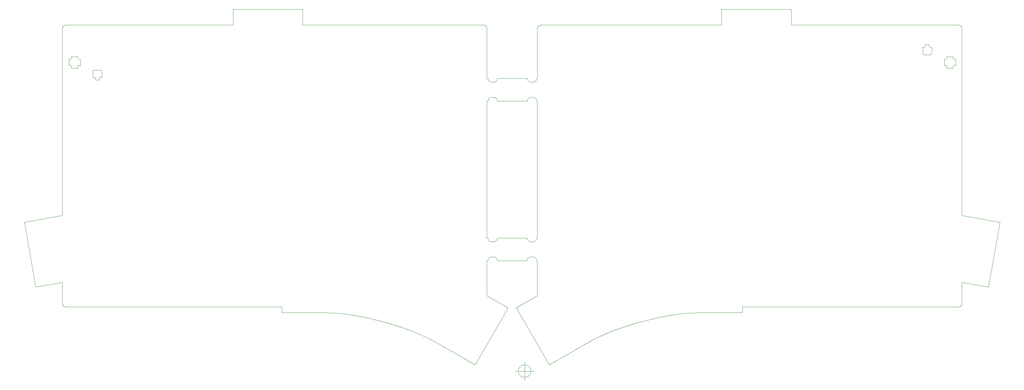
<source format=gm1>
G04 #@! TF.GenerationSoftware,KiCad,Pcbnew,9.0.4*
G04 #@! TF.CreationDate,2025-08-27T21:58:08-05:00*
G04 #@! TF.ProjectId,totem_0_3,746f7465-6d5f-4305-9f33-2e6b69636164,0.3*
G04 #@! TF.SameCoordinates,Original*
G04 #@! TF.FileFunction,Profile,NP*
%FSLAX46Y46*%
G04 Gerber Fmt 4.6, Leading zero omitted, Abs format (unit mm)*
G04 Created by KiCad (PCBNEW 9.0.4) date 2025-08-27 21:58:08*
%MOMM*%
%LPD*%
G01*
G04 APERTURE LIST*
%ADD10C,0.010000*%
G04 #@! TA.AperFunction,Profile*
%ADD11C,0.010000*%
G04 #@! TD*
G04 #@! TA.AperFunction,Profile*
%ADD12C,0.100000*%
G04 #@! TD*
G04 #@! TA.AperFunction,Profile*
%ADD13C,0.080000*%
G04 #@! TD*
G04 #@! TA.AperFunction,Profile*
%ADD14C,0.120000*%
G04 #@! TD*
G04 APERTURE END LIST*
D10*
X148600903Y-124655542D02*
X143266905Y-121575788D01*
X23872776Y-119240412D02*
X30632000Y-118048021D01*
D11*
X153972565Y-69884348D02*
X146077562Y-69884345D01*
D10*
X156617956Y-121575788D02*
X151283958Y-124655542D01*
X75896883Y-45795611D02*
X75896883Y-49655000D01*
X31630362Y-124592044D02*
X88861504Y-124592044D01*
X205502311Y-45795611D02*
X205502311Y-49655000D01*
X94396546Y-49655000D02*
X94396546Y-45795611D01*
X94100214Y-45499278D02*
X76193215Y-45499278D01*
D11*
X156472562Y-69884345D02*
X156625000Y-69884000D01*
X143270414Y-106284351D02*
X143547568Y-106284351D01*
D10*
X76193215Y-45499278D02*
X76188368Y-45499318D01*
X76183528Y-45499438D01*
X76178696Y-45499637D01*
X76173872Y-45499916D01*
X76169056Y-45500274D01*
X76164250Y-45500711D01*
X76159454Y-45501228D01*
X76154669Y-45501824D01*
X76149896Y-45502498D01*
X76145135Y-45503252D01*
X76140388Y-45504084D01*
X76135654Y-45504995D01*
X76130936Y-45505984D01*
X76126234Y-45507051D01*
X76121548Y-45508197D01*
X76116881Y-45509420D01*
X76112232Y-45510721D01*
X76107602Y-45512099D01*
X76102994Y-45513555D01*
X76098407Y-45515087D01*
X76093843Y-45516696D01*
X76089303Y-45518381D01*
X76084788Y-45520142D01*
X76080299Y-45521979D01*
X76075838Y-45523890D01*
X76071405Y-45525877D01*
X76067001Y-45527938D01*
X76062628Y-45530072D01*
X76058287Y-45532280D01*
X76053979Y-45534561D01*
X76049706Y-45536913D01*
X76045468Y-45539338D01*
X76041268Y-45541833D01*
X76037105Y-45544399D01*
X76032982Y-45547034D01*
X76028899Y-45549738D01*
X76024859Y-45552510D01*
X76020861Y-45555350D01*
X76016909Y-45558256D01*
X76013001Y-45561227D01*
X76009141Y-45564264D01*
X76005329Y-45567364D01*
X76001567Y-45570526D01*
X75997855Y-45573751D01*
X75994195Y-45577037D01*
X75990589Y-45580382D01*
X75987036Y-45583786D01*
X75983539Y-45587248D01*
X75981812Y-45589000D01*
X75980099Y-45590766D01*
X75978401Y-45592546D01*
X75976717Y-45594340D01*
X75975047Y-45596147D01*
X75973393Y-45597968D01*
X75971753Y-45599802D01*
X75970129Y-45601649D01*
X75968520Y-45603508D01*
X75966926Y-45605381D01*
X75965348Y-45607267D01*
X75963785Y-45609165D01*
X75962239Y-45611075D01*
X75960707Y-45612998D01*
X75959193Y-45614932D01*
X75957693Y-45616879D01*
X75956211Y-45618837D01*
X75954744Y-45620807D01*
X75953295Y-45622787D01*
X75951861Y-45624780D01*
X75950445Y-45626783D01*
X75949044Y-45628798D01*
X75947662Y-45630823D01*
X75946295Y-45632860D01*
X75944947Y-45634905D01*
X75943615Y-45636963D01*
X75942300Y-45639029D01*
X75941003Y-45641107D01*
X75939724Y-45643193D01*
X75938461Y-45645290D01*
X75937217Y-45647395D01*
X75935990Y-45649511D01*
X75934781Y-45651635D01*
X75933590Y-45653769D01*
X75932417Y-45655910D01*
X75931262Y-45658062D01*
X75930125Y-45660221D01*
X75929006Y-45662390D01*
X75927906Y-45664566D01*
X75926823Y-45666751D01*
X75925760Y-45668943D01*
X75924714Y-45671144D01*
X75923688Y-45673351D01*
X75922679Y-45675568D01*
X75921690Y-45677790D01*
X75920719Y-45680021D01*
X75919768Y-45682257D01*
X75918834Y-45684502D01*
X75917920Y-45686752D01*
X75917024Y-45689011D01*
X75916149Y-45691274D01*
X75915291Y-45693545D01*
X75914453Y-45695820D01*
X75913633Y-45698104D01*
X75912834Y-45700392D01*
X75912053Y-45702687D01*
X75911291Y-45704986D01*
X75910549Y-45707293D01*
X75909826Y-45709603D01*
X75909122Y-45711920D01*
X75908438Y-45714240D01*
X75907773Y-45716568D01*
X75907128Y-45718898D01*
X75906502Y-45721235D01*
X75905896Y-45723574D01*
X75905309Y-45725921D01*
X75904742Y-45728269D01*
X75904194Y-45730624D01*
X75903666Y-45732981D01*
X75903157Y-45735344D01*
X75902669Y-45737709D01*
X75902199Y-45740080D01*
X75901750Y-45742452D01*
X75901320Y-45744830D01*
X75900911Y-45747209D01*
X75900520Y-45749594D01*
X75900150Y-45751980D01*
X75899799Y-45754371D01*
X75899469Y-45756763D01*
X75899158Y-45759161D01*
X75898867Y-45761559D01*
X75898595Y-45763962D01*
X75898344Y-45766365D01*
X75898113Y-45768773D01*
X75897901Y-45771181D01*
X75897709Y-45773595D01*
X75897538Y-45776007D01*
X75897386Y-45778425D01*
X75897254Y-45780842D01*
X75897142Y-45783264D01*
X75897050Y-45785685D01*
X75896979Y-45788111D01*
X75896927Y-45790536D01*
X75896895Y-45792965D01*
X75896883Y-45795611D01*
X184423903Y-128454965D02*
X184468858Y-128442936D01*
X184513738Y-128430947D01*
X184558538Y-128419001D01*
X184603263Y-128407095D01*
X184647908Y-128395231D01*
X184692478Y-128383408D01*
X184736970Y-128371626D01*
X184781386Y-128359885D01*
X184825724Y-128348185D01*
X184869988Y-128336526D01*
X184914174Y-128324908D01*
X184958286Y-128313329D01*
X185002321Y-128301792D01*
X185046281Y-128290295D01*
X185090166Y-128278838D01*
X185133976Y-128267422D01*
X185177710Y-128256046D01*
X185221371Y-128244709D01*
X185264956Y-128233413D01*
X185308468Y-128222157D01*
X185351905Y-128210940D01*
X185395270Y-128199763D01*
X185438559Y-128188626D01*
X185481776Y-128177528D01*
X185524920Y-128166470D01*
X185567990Y-128155451D01*
X185610988Y-128144471D01*
X185653913Y-128133530D01*
X185696766Y-128122629D01*
X185739546Y-128111766D01*
X185782255Y-128100943D01*
X185824892Y-128090158D01*
X185867457Y-128079412D01*
X185909951Y-128068704D01*
X185952373Y-128058035D01*
X185994725Y-128047405D01*
X186037006Y-128036813D01*
X186079216Y-128026259D01*
X186121356Y-128015743D01*
X186163425Y-128005266D01*
X186205425Y-127994826D01*
X186247355Y-127984425D01*
X186289216Y-127974061D01*
X186331006Y-127963735D01*
X186372728Y-127953447D01*
X186414381Y-127943196D01*
X186455965Y-127932983D01*
X186497480Y-127922807D01*
X186538928Y-127912669D01*
X186580306Y-127902568D01*
X186621617Y-127892503D01*
X186662860Y-127882477D01*
X186704036Y-127872486D01*
X186745144Y-127862534D01*
X186786185Y-127852617D01*
X186827159Y-127842738D01*
X186868067Y-127832895D01*
X186908906Y-127823089D01*
X186949682Y-127813319D01*
X186990389Y-127803586D01*
X187031032Y-127793888D01*
X187071607Y-127784228D01*
X187112119Y-127774603D01*
X187152564Y-127765014D01*
X187192945Y-127755462D01*
X187233259Y-127745945D01*
X187273511Y-127736464D01*
X187313695Y-127727019D01*
X187353818Y-127717609D01*
X187393874Y-127708236D01*
X187433869Y-127698897D01*
X187473797Y-127689594D01*
X187513664Y-127680326D01*
X187553465Y-127671094D01*
X187593207Y-127661896D01*
X187632881Y-127652735D01*
X187672497Y-127643607D01*
X187712046Y-127634515D01*
X187751536Y-127625457D01*
X187790961Y-127616435D01*
X187830327Y-127607447D01*
X187869628Y-127598494D01*
X187908871Y-127589575D01*
X187948049Y-127580691D01*
X187987169Y-127571840D01*
X188026225Y-127563025D01*
X188065224Y-127554243D01*
X188104158Y-127545496D01*
X188143036Y-127536782D01*
X188181849Y-127528103D01*
X188220607Y-127519457D01*
X188259300Y-127510846D01*
X188297939Y-127502267D01*
X188336513Y-127493723D01*
X188375033Y-127485212D01*
X188413489Y-127476735D01*
X188451891Y-127468291D01*
X188490230Y-127459881D01*
X188528515Y-127451503D01*
X188566737Y-127443160D01*
X188604906Y-127434848D01*
X188643012Y-127426571D01*
X188681066Y-127418325D01*
X188719057Y-127410114D01*
X188756997Y-127401934D01*
X188794873Y-127393788D01*
X188832699Y-127385673D01*
X188870462Y-127377593D01*
X188908175Y-127369543D01*
X188945825Y-127361527D01*
X188983426Y-127353543D01*
X189020965Y-127345592D01*
X189058454Y-127337671D01*
X189095882Y-127329785D01*
X189133261Y-127321928D01*
X189170578Y-127314106D01*
X189207847Y-127306313D01*
X189245055Y-127298554D01*
X189282215Y-127290826D01*
X189319314Y-127283130D01*
X189356367Y-127275464D01*
X189393358Y-127267832D01*
X189430303Y-127260230D01*
X189467187Y-127252660D01*
X189504026Y-127245120D01*
X189540804Y-127237613D01*
X189577537Y-127230136D01*
X189614209Y-127222691D01*
X189650837Y-127215275D01*
X189687405Y-127207892D01*
X189723930Y-127200539D01*
X189760394Y-127193218D01*
X189796815Y-127185926D01*
X189833176Y-127178666D01*
X189869494Y-127171435D01*
X189905753Y-127164236D01*
X189941971Y-127157066D01*
X189978128Y-127149929D01*
X190014244Y-127142819D01*
X190050302Y-127135742D01*
X190086318Y-127128693D01*
X190122275Y-127121676D01*
X190158193Y-127114687D01*
X190194051Y-127107730D01*
X190229870Y-127100801D01*
X190265631Y-127093903D01*
X190301353Y-127087034D01*
X190337016Y-127080196D01*
X190372641Y-127073385D01*
X190408208Y-127066606D01*
X190443737Y-127059855D01*
X190479209Y-127053135D01*
X190514643Y-127046442D01*
X190550020Y-127039781D01*
X190585360Y-127033146D01*
X190620643Y-127026543D01*
X190655890Y-127019967D01*
X190691079Y-127013422D01*
X190726234Y-127006904D01*
X190761332Y-127000416D01*
X190796395Y-126993955D01*
X190831401Y-126987525D01*
X190866373Y-126981122D01*
X190901289Y-126974749D01*
X190936171Y-126968403D01*
X190970997Y-126962087D01*
X191005791Y-126955797D01*
X191040528Y-126949538D01*
X191075233Y-126943305D01*
X191109883Y-126937102D01*
X191144501Y-126930925D01*
X191179063Y-126924779D01*
X191213595Y-126918658D01*
X191248071Y-126912567D01*
X191282517Y-126906502D01*
X191316907Y-126900467D01*
X191351269Y-126894457D01*
X191385575Y-126888477D01*
X191419853Y-126882522D01*
X191454075Y-126876598D01*
X191488270Y-126870698D01*
X191522410Y-126864828D01*
X191556523Y-126858983D01*
X191590581Y-126853168D01*
X191624612Y-126847377D01*
X191658589Y-126841616D01*
X191726438Y-126830173D01*
X191794128Y-126818837D01*
X191861661Y-126807608D01*
X191929039Y-126796486D01*
X191996264Y-126785471D01*
X192063338Y-126774561D01*
X192130263Y-126763756D01*
X192197040Y-126753056D01*
X192263671Y-126742460D01*
X192330159Y-126731967D01*
X192396505Y-126721578D01*
X192462710Y-126711292D01*
X192528778Y-126701108D01*
X192594710Y-126691025D01*
X192660507Y-126681044D01*
X192726172Y-126671164D01*
X192791707Y-126661384D01*
X192857114Y-126651704D01*
X192922394Y-126642123D01*
X192987550Y-126632641D01*
X193052584Y-126623257D01*
X193117498Y-126613972D01*
X193182294Y-126604784D01*
X193246974Y-126595693D01*
X193311540Y-126586699D01*
X193375994Y-126577800D01*
X193440339Y-126568998D01*
X193504576Y-126560291D01*
X193568708Y-126551678D01*
X193632738Y-126543160D01*
X193696666Y-126534736D01*
X193760496Y-126526405D01*
X193824230Y-126518168D01*
X193887871Y-126510022D01*
X193951419Y-126501970D01*
X194014879Y-126494008D01*
X194078252Y-126486138D01*
X194141541Y-126478359D01*
X194204748Y-126470671D01*
X194267875Y-126463072D01*
X194330926Y-126455563D01*
X194393903Y-126448144D01*
X194456809Y-126440813D01*
X194519645Y-126433570D01*
X194582415Y-126426415D01*
X194645122Y-126419348D01*
X194707768Y-126412368D01*
X194770356Y-126405475D01*
X194832889Y-126398668D01*
X194895370Y-126391947D01*
X194957802Y-126385312D01*
X195020187Y-126378762D01*
X195082530Y-126372296D01*
X195144832Y-126365915D01*
X195207097Y-126359618D01*
X195269329Y-126353404D01*
X195331530Y-126347274D01*
X195393704Y-126341227D01*
X195455855Y-126335262D01*
X195517986Y-126329379D01*
X195580099Y-126323577D01*
X195642200Y-126317857D01*
X195704292Y-126312218D01*
X195766378Y-126306660D01*
X195828462Y-126301182D01*
X195890549Y-126295784D01*
X195952642Y-126290465D01*
X196014745Y-126285225D01*
X196076864Y-126280065D01*
X196139001Y-126274982D01*
X196201162Y-126269978D01*
X196263351Y-126265051D01*
X196325573Y-126260202D01*
X196387832Y-126255430D01*
X196450134Y-126250735D01*
X196512484Y-126246116D01*
X196574887Y-126241573D01*
X196637347Y-126237106D01*
X196699872Y-126232714D01*
X196762466Y-126228397D01*
X196825136Y-126224155D01*
X196887887Y-126219988D01*
X196950725Y-126215894D01*
X197013658Y-126211874D01*
X197076692Y-126207928D01*
X197139834Y-126204055D01*
X197203091Y-126200254D01*
X197266470Y-126196526D01*
X197329979Y-126192870D01*
X197393627Y-126189287D01*
X197457420Y-126185774D01*
X197521369Y-126182333D01*
X197585482Y-126178963D01*
X197649768Y-126175664D01*
X197714238Y-126172435D01*
X197778900Y-126169276D01*
X197843766Y-126166187D01*
X197908847Y-126163167D01*
X197974155Y-126160217D01*
X198039701Y-126157336D01*
X198105499Y-126154523D01*
X198171561Y-126151779D01*
X198237902Y-126149103D01*
X198304537Y-126146494D01*
X198371481Y-126143953D01*
X198438750Y-126141480D01*
X198506362Y-126139074D01*
X198574336Y-126136734D01*
X198642690Y-126134461D01*
X198711446Y-126132254D01*
X198780626Y-126130114D01*
X198850253Y-126128039D01*
X198920352Y-126126029D01*
X198990950Y-126124085D01*
X199062075Y-126122206D01*
X199133760Y-126120391D01*
X199206037Y-126118641D01*
X199278942Y-126116956D01*
X199352514Y-126115334D01*
X199426796Y-126113776D01*
X199501834Y-126112282D01*
X199577678Y-126110851D01*
X199654385Y-126109484D01*
X199732015Y-126108179D01*
X199810636Y-126106937D01*
X199890324Y-126105757D01*
X199971163Y-126104640D01*
X200053249Y-126103585D01*
X200136688Y-126102591D01*
X200221603Y-126101659D01*
X200308135Y-126100788D01*
X200396447Y-126099979D01*
X200486730Y-126099230D01*
X200579210Y-126098542D01*
X200674158Y-126097915D01*
X200771905Y-126097348D01*
X200872860Y-126096840D01*
X200977543Y-126096392D01*
X201086630Y-126096004D01*
X201201032Y-126095675D01*
X201322030Y-126095404D01*
X201451528Y-126095191D01*
X201592604Y-126095035D01*
X201750883Y-126094935D01*
X201939103Y-126094888D01*
X202129821Y-126094881D01*
X160032853Y-139810883D02*
X160326548Y-139641282D01*
X160862385Y-139331943D01*
X161867555Y-138751740D01*
X163164843Y-138002921D01*
X163879523Y-137590368D01*
X164624290Y-137160415D01*
X165388692Y-136719084D01*
X166162277Y-136272398D01*
X166934593Y-135826378D01*
X167695187Y-135387047D01*
D11*
X156472565Y-63884348D02*
X156624954Y-63884348D01*
D10*
X279289366Y-102349410D02*
X279290182Y-102344488D01*
X279290917Y-102339565D01*
X279291571Y-102334642D01*
X279292145Y-102329719D01*
X279292638Y-102324797D01*
X279293051Y-102319877D01*
X279293384Y-102314959D01*
X279293637Y-102310044D01*
X279293809Y-102305134D01*
X279293902Y-102300228D01*
X279293914Y-102295328D01*
X279293847Y-102290435D01*
X279293700Y-102285549D01*
X279293473Y-102280671D01*
X279293167Y-102275802D01*
X279292782Y-102270943D01*
X279292317Y-102266095D01*
X279291773Y-102261259D01*
X279291150Y-102256436D01*
X279290449Y-102251627D01*
X279289669Y-102246832D01*
X279288811Y-102242053D01*
X279287874Y-102237291D01*
X279286860Y-102232547D01*
X279285768Y-102227822D01*
X279284599Y-102223117D01*
X279283353Y-102218434D01*
X279282030Y-102213772D01*
X279280630Y-102209134D01*
X279279155Y-102204520D01*
X279277603Y-102199932D01*
X279275977Y-102195371D01*
X279274275Y-102190837D01*
X279272500Y-102186333D01*
X279270650Y-102181859D01*
X279268726Y-102177416D01*
X279266730Y-102173006D01*
X279264661Y-102168630D01*
X279262521Y-102164289D01*
X279260309Y-102159984D01*
X279258026Y-102155716D01*
X279255673Y-102151487D01*
X279253251Y-102147297D01*
X279250760Y-102143149D01*
X279248201Y-102139042D01*
X279245575Y-102134978D01*
X279242882Y-102130959D01*
X279241510Y-102128966D01*
X279240123Y-102126985D01*
X279238719Y-102125015D01*
X279237298Y-102123057D01*
X279235862Y-102121111D01*
X279234410Y-102119177D01*
X279232942Y-102117255D01*
X279231458Y-102115346D01*
X279229959Y-102113449D01*
X279228444Y-102111564D01*
X279226913Y-102109692D01*
X279225367Y-102107833D01*
X279223806Y-102105987D01*
X279222230Y-102104154D01*
X279220639Y-102102335D01*
X279219032Y-102100528D01*
X279217411Y-102098735D01*
X279215775Y-102096956D01*
X279214125Y-102095190D01*
X279212460Y-102093438D01*
X279210781Y-102091701D01*
X279209087Y-102089976D01*
X279207380Y-102088267D01*
X279205658Y-102086571D01*
X279203923Y-102084891D01*
X279202173Y-102083224D01*
X279200410Y-102081572D01*
X279198633Y-102079934D01*
X279196844Y-102078312D01*
X279195040Y-102076705D01*
X279193224Y-102075113D01*
X279191394Y-102073535D01*
X279189552Y-102071973D01*
X279187696Y-102070426D01*
X279185828Y-102068895D01*
X279183946Y-102067379D01*
X279182053Y-102065879D01*
X279180147Y-102064395D01*
X279178229Y-102062927D01*
X279176298Y-102061473D01*
X279174357Y-102060037D01*
X279172402Y-102058616D01*
X279170436Y-102057212D01*
X279168458Y-102055823D01*
X279166469Y-102054452D01*
X279164467Y-102053096D01*
X279162456Y-102051758D01*
X279160432Y-102050435D01*
X279158398Y-102049130D01*
X279156351Y-102047840D01*
X279154295Y-102046568D01*
X279152227Y-102045312D01*
X279150150Y-102044075D01*
X279148060Y-102042853D01*
X279145962Y-102041649D01*
X279143852Y-102040461D01*
X279141733Y-102039292D01*
X279139602Y-102038139D01*
X279137463Y-102037004D01*
X279135312Y-102035885D01*
X279133153Y-102034785D01*
X279130983Y-102033702D01*
X279128805Y-102032637D01*
X279126615Y-102031589D01*
X279124418Y-102030560D01*
X279122210Y-102029547D01*
X279119994Y-102028553D01*
X279117768Y-102027576D01*
X279115534Y-102026618D01*
X279113289Y-102025677D01*
X279111038Y-102024755D01*
X279108776Y-102023850D01*
X279106507Y-102022964D01*
X279104228Y-102022095D01*
X279101942Y-102021246D01*
X279099646Y-102020414D01*
X279097344Y-102019601D01*
X279095031Y-102018806D01*
X279092712Y-102018029D01*
X279090384Y-102017271D01*
X279088049Y-102016532D01*
X279085705Y-102015810D01*
X279083355Y-102015108D01*
X279080995Y-102014424D01*
X279078630Y-102013759D01*
X279076255Y-102013112D01*
X279073875Y-102012485D01*
X279071486Y-102011876D01*
X279069091Y-102011286D01*
X279066687Y-102010715D01*
X279064278Y-102010163D01*
X279061860Y-102009629D01*
X279059437Y-102009115D01*
X279057005Y-102008620D01*
X279054569Y-102008144D01*
X279052124Y-102007686D01*
X279049480Y-102007215D01*
X143273902Y-63884351D02*
X143273902Y-50653362D01*
X143266905Y-121575788D02*
X143266905Y-112280091D01*
D11*
X156442565Y-106284348D02*
X156625000Y-106284348D01*
D10*
X89157836Y-126094881D02*
X97755029Y-126094881D01*
X276354252Y-119000525D02*
X279289366Y-102349410D01*
X211023356Y-125798549D02*
X211023356Y-124592044D01*
X151174598Y-125057714D02*
X159630681Y-139701523D01*
X269252855Y-123593688D02*
X269252855Y-118048021D01*
X97755029Y-126094881D02*
X97963408Y-126094890D01*
X98067630Y-126094911D01*
X98171891Y-126094953D01*
X98276204Y-126095022D01*
X98380580Y-126095124D01*
X98485032Y-126095267D01*
X98589573Y-126095457D01*
X98694215Y-126095701D01*
X98798970Y-126096006D01*
X98903851Y-126096379D01*
X99008871Y-126096826D01*
X99061437Y-126097079D01*
X99114042Y-126097353D01*
X99166688Y-126097650D01*
X99219377Y-126097969D01*
X99272109Y-126098312D01*
X99324887Y-126098679D01*
X99377712Y-126099072D01*
X99430586Y-126099491D01*
X99483510Y-126099936D01*
X99536486Y-126100410D01*
X99589515Y-126100912D01*
X99642599Y-126101444D01*
X99695739Y-126102006D01*
X99748938Y-126102600D01*
X99802196Y-126103226D01*
X99855515Y-126103884D01*
X99908897Y-126104576D01*
X99962343Y-126105303D01*
X100015855Y-126106065D01*
X100069434Y-126106864D01*
X100123083Y-126107700D01*
X100176801Y-126108573D01*
X100230592Y-126109486D01*
X100284457Y-126110438D01*
X100338396Y-126111431D01*
X100392412Y-126112465D01*
X100446507Y-126113541D01*
X100500682Y-126114661D01*
X100554937Y-126115824D01*
X100609276Y-126117032D01*
X100663700Y-126118285D01*
X100718209Y-126119585D01*
X100772806Y-126120932D01*
X100827493Y-126122328D01*
X100882270Y-126123772D01*
X100937139Y-126125266D01*
X100992102Y-126126811D01*
X101047161Y-126128407D01*
X101102317Y-126130056D01*
X101157571Y-126131757D01*
X101212926Y-126133513D01*
X101268382Y-126135324D01*
X101323941Y-126137190D01*
X101379605Y-126139113D01*
X101435376Y-126141093D01*
X101491254Y-126143131D01*
X101547242Y-126145229D01*
X101603341Y-126147387D01*
X101659553Y-126149605D01*
X101715878Y-126151885D01*
X101772320Y-126154227D01*
X101828878Y-126156633D01*
X101885556Y-126159102D01*
X101942354Y-126161637D01*
X101999274Y-126164238D01*
X102056317Y-126166905D01*
X102113486Y-126169640D01*
X102170781Y-126172443D01*
X102228204Y-126175315D01*
X102285757Y-126178258D01*
X102343442Y-126181271D01*
X102401259Y-126184356D01*
X102459210Y-126187514D01*
X102517298Y-126190745D01*
X102575523Y-126194050D01*
X102633888Y-126197431D01*
X102692393Y-126200887D01*
X102751040Y-126204421D01*
X102809831Y-126208031D01*
X102868767Y-126211721D01*
X102927850Y-126215490D01*
X102987082Y-126219339D01*
X103046464Y-126223269D01*
X103105997Y-126227280D01*
X103165683Y-126231375D01*
X103225525Y-126235553D01*
X103285522Y-126239815D01*
X103345677Y-126244163D01*
X103405992Y-126248597D01*
X103466467Y-126253118D01*
X103527105Y-126257726D01*
X103587907Y-126262424D01*
X103648875Y-126267210D01*
X103710010Y-126272087D01*
X103771314Y-126277055D01*
X103832788Y-126282115D01*
X103894433Y-126287268D01*
X103956253Y-126292515D01*
X104018247Y-126297856D01*
X104049310Y-126300562D01*
X104080417Y-126303293D01*
X104111569Y-126306047D01*
X104142766Y-126308825D01*
X104174008Y-126311628D01*
X104205295Y-126314455D01*
X104236627Y-126317307D01*
X104268004Y-126320183D01*
X104299428Y-126323084D01*
X104330897Y-126326010D01*
X104362412Y-126328960D01*
X104393974Y-126331936D01*
X104425581Y-126334936D01*
X104457236Y-126337962D01*
X104488938Y-126341013D01*
X104520686Y-126344090D01*
X104552482Y-126347192D01*
X104584325Y-126350320D01*
X104616216Y-126353473D01*
X104648155Y-126356653D01*
X104680142Y-126359858D01*
X104712177Y-126363090D01*
X104744260Y-126366347D01*
X104776392Y-126369631D01*
X104808573Y-126372941D01*
X104840803Y-126376278D01*
X104873082Y-126379641D01*
X104905410Y-126383031D01*
X104937789Y-126386448D01*
X104970216Y-126389892D01*
X105002694Y-126393362D01*
X105035222Y-126396860D01*
X105067801Y-126400385D01*
X105100429Y-126403937D01*
X105133109Y-126407517D01*
X105165840Y-126411124D01*
X105198622Y-126414759D01*
X105231455Y-126418422D01*
X105264339Y-126422113D01*
X105297276Y-126425831D01*
X105330264Y-126429578D01*
X105363305Y-126433352D01*
X105396397Y-126437155D01*
X105429543Y-126440987D01*
X105462741Y-126444847D01*
X105495992Y-126448735D01*
X105529296Y-126452652D01*
X105562653Y-126456598D01*
X105596064Y-126460573D01*
X105629528Y-126464577D01*
X105663047Y-126468610D01*
X105696619Y-126472672D01*
X105730246Y-126476764D01*
X105763927Y-126480885D01*
X105797663Y-126485035D01*
X105831454Y-126489216D01*
X105865299Y-126493426D01*
X105899200Y-126497665D01*
X105933157Y-126501935D01*
X105967169Y-126506235D01*
X106001237Y-126510565D01*
X106035361Y-126514925D01*
X106069541Y-126519316D01*
X106103777Y-126523737D01*
X106138070Y-126528189D01*
X106172420Y-126532671D01*
X106206827Y-126537185D01*
X106241291Y-126541729D01*
X106275813Y-126546304D01*
X106310392Y-126550910D01*
X106345029Y-126555548D01*
X106379724Y-126560217D01*
X106414477Y-126564917D01*
X106449288Y-126569649D01*
X106484158Y-126574412D01*
X106519087Y-126579208D01*
X106554074Y-126584035D01*
X106589121Y-126588894D01*
X106624227Y-126593785D01*
X106659393Y-126598708D01*
X106694618Y-126603664D01*
X106729904Y-126608652D01*
X106765249Y-126613673D01*
X106800655Y-126618726D01*
X106836121Y-126623812D01*
X106871648Y-126628930D01*
X106907236Y-126634082D01*
X106942885Y-126639266D01*
X106978595Y-126644484D01*
X107014367Y-126649735D01*
X107050200Y-126655019D01*
X107086095Y-126660337D01*
X107122053Y-126665688D01*
X107158072Y-126671073D01*
X107194154Y-126676492D01*
X107230299Y-126681945D01*
X107266506Y-126687431D01*
X107302777Y-126692952D01*
X107339111Y-126698507D01*
X107375508Y-126704096D01*
X107411969Y-126709719D01*
X107448494Y-126715377D01*
X107485082Y-126721070D01*
X107521735Y-126726797D01*
X107558453Y-126732559D01*
X107595234Y-126738356D01*
X107632081Y-126744188D01*
X107668993Y-126750055D01*
X107705970Y-126755958D01*
X107743012Y-126761896D01*
X107780120Y-126767869D01*
X107817293Y-126773878D01*
X107854533Y-126779922D01*
X107891839Y-126786002D01*
X107929211Y-126792118D01*
X107966649Y-126798271D01*
X108004155Y-126804459D01*
X108041727Y-126810683D01*
X108079367Y-126816944D01*
X108117073Y-126823241D01*
X108154848Y-126829574D01*
X108192690Y-126835944D01*
X108230600Y-126842351D01*
X108268578Y-126848795D01*
X108306624Y-126855275D01*
X108344739Y-126861793D01*
X108382922Y-126868348D01*
X108421175Y-126874940D01*
X108459496Y-126881569D01*
X108497887Y-126888236D01*
X108536347Y-126894940D01*
X108574877Y-126901682D01*
X108613477Y-126908462D01*
X108652147Y-126915280D01*
X108690887Y-126922136D01*
X108729698Y-126929029D01*
X108768579Y-126935961D01*
X108807531Y-126942932D01*
X108846554Y-126949940D01*
X108885648Y-126956987D01*
X108924814Y-126964073D01*
X108964051Y-126971198D01*
X109003360Y-126978361D01*
X109042741Y-126985563D01*
X109082195Y-126992804D01*
X109121721Y-127000085D01*
X109161319Y-127007405D01*
X109200990Y-127014764D01*
X109240734Y-127022162D01*
X109280551Y-127029600D01*
X109320442Y-127037078D01*
X109360406Y-127044595D01*
X109400444Y-127052153D01*
X109440556Y-127059750D01*
X109480742Y-127067387D01*
X109521003Y-127075065D01*
X109561338Y-127082783D01*
X109601747Y-127090541D01*
X109642232Y-127098340D01*
X109682792Y-127106180D01*
X109723427Y-127114060D01*
X109764138Y-127121981D01*
X109804924Y-127129943D01*
X109845786Y-127137946D01*
X109886724Y-127145990D01*
X109927739Y-127154076D01*
X109968830Y-127162202D01*
X110009998Y-127170371D01*
X110051243Y-127178580D01*
X110092564Y-127186832D01*
X110133963Y-127195125D01*
X110175440Y-127203460D01*
X110216994Y-127211838D01*
X110258626Y-127220257D01*
X110300336Y-127228718D01*
X110342124Y-127237222D01*
X110383991Y-127245768D01*
X110425936Y-127254357D01*
X110467961Y-127262988D01*
X110510064Y-127271662D01*
X110552246Y-127280379D01*
X110594508Y-127289139D01*
X110636850Y-127297942D01*
X110679271Y-127306788D01*
X110721772Y-127315677D01*
X110764354Y-127324609D01*
X110807015Y-127333586D01*
X110849758Y-127342605D01*
X110892581Y-127351669D01*
X110935485Y-127360776D01*
X110978471Y-127369927D01*
X111021537Y-127379122D01*
X111064686Y-127388361D01*
X111107916Y-127397644D01*
X111151228Y-127406972D01*
X111194622Y-127416344D01*
X111238098Y-127425760D01*
X111281657Y-127435222D01*
X111325299Y-127444727D01*
X111369024Y-127454278D01*
X111412831Y-127463874D01*
X111456722Y-127473515D01*
X111500697Y-127483201D01*
X111544755Y-127492932D01*
X111588897Y-127502708D01*
X111633124Y-127512530D01*
X111677434Y-127522398D01*
X111721829Y-127532311D01*
X111766309Y-127542270D01*
X111810874Y-127552275D01*
X111855523Y-127562326D01*
X111900258Y-127572423D01*
X111945079Y-127582567D01*
X111989985Y-127592756D01*
X112034977Y-127602992D01*
X112080054Y-127613275D01*
X112125219Y-127623604D01*
X112170469Y-127633980D01*
X112215806Y-127644403D01*
X112261230Y-127654872D01*
X112306741Y-127665389D01*
X112352340Y-127675953D01*
X112398025Y-127686564D01*
X112443799Y-127697223D01*
X112489660Y-127707929D01*
X112535609Y-127718682D01*
X112581646Y-127729484D01*
X112627772Y-127740333D01*
X112673986Y-127751230D01*
X112720289Y-127762175D01*
X112766681Y-127773168D01*
X112813162Y-127784209D01*
X112859732Y-127795299D01*
X112906392Y-127806437D01*
X112953142Y-127817623D01*
X112999982Y-127828859D01*
X113046911Y-127840143D01*
X113093932Y-127851476D01*
X113141042Y-127862857D01*
X113188244Y-127874288D01*
X113235536Y-127885768D01*
X113282919Y-127897297D01*
X113330394Y-127908876D01*
X113377960Y-127920504D01*
X113425618Y-127932182D01*
X113473368Y-127943909D01*
X113521210Y-127955687D01*
X113569144Y-127967514D01*
X113617171Y-127979391D01*
X113665290Y-127991318D01*
X113713502Y-128003296D01*
X113761807Y-128015323D01*
X113810206Y-128027402D01*
X113858698Y-128039530D01*
X113907283Y-128051710D01*
X113955963Y-128063940D01*
X114004736Y-128076221D01*
X114053604Y-128088553D01*
X114102566Y-128100936D01*
X114151623Y-128113370D01*
X114200774Y-128125855D01*
X114250021Y-128138392D01*
X114299363Y-128150981D01*
X114348800Y-128163621D01*
X114398332Y-128176312D01*
X114447961Y-128189056D01*
X114497686Y-128201851D01*
X114547506Y-128214698D01*
X114597423Y-128227598D01*
X114647437Y-128240549D01*
X114697547Y-128253553D01*
X114747755Y-128266610D01*
X114798059Y-128279719D01*
X114848461Y-128292881D01*
X114898960Y-128306095D01*
X114949557Y-128319362D01*
X115000252Y-128332682D01*
X115051046Y-128346056D01*
X115101937Y-128359482D01*
X115152927Y-128372962D01*
X115204016Y-128386495D01*
X115255204Y-128400082D01*
X115306490Y-128413722D01*
X115357876Y-128427416D01*
X115409362Y-128441163D01*
X115460947Y-128454965D01*
X269252855Y-118048021D02*
X276012068Y-119240412D01*
X223705657Y-45499278D02*
X205798654Y-45499278D01*
X88861504Y-124592044D02*
X88861504Y-125798549D01*
X88861504Y-125798549D02*
X88861544Y-125803461D01*
X88861664Y-125808364D01*
X88861863Y-125813257D01*
X88862141Y-125818141D01*
X88862499Y-125823015D01*
X88862937Y-125827876D01*
X88863453Y-125832726D01*
X88864048Y-125837563D01*
X88864722Y-125842385D01*
X88865474Y-125847193D01*
X88866304Y-125851986D01*
X88867213Y-125856761D01*
X88868200Y-125861520D01*
X88869265Y-125866260D01*
X88870407Y-125870981D01*
X88871626Y-125875682D01*
X88872922Y-125880361D01*
X88874295Y-125885019D01*
X88875744Y-125889653D01*
X88877270Y-125894263D01*
X88878871Y-125898847D01*
X88880548Y-125903405D01*
X88882299Y-125907935D01*
X88884125Y-125912437D01*
X88886025Y-125916909D01*
X88887999Y-125921350D01*
X88890047Y-125925760D01*
X88892166Y-125930136D01*
X88894358Y-125934477D01*
X88896622Y-125938784D01*
X88898957Y-125943053D01*
X88901362Y-125947285D01*
X88903836Y-125951477D01*
X88906380Y-125955630D01*
X88908992Y-125959741D01*
X88911672Y-125963809D01*
X88914419Y-125967834D01*
X88917232Y-125971813D01*
X88920110Y-125975747D01*
X88923053Y-125979633D01*
X88926059Y-125983471D01*
X88929128Y-125987260D01*
X88932259Y-125990997D01*
X88935451Y-125994683D01*
X88938703Y-125998316D01*
X88940351Y-126000112D01*
X88942014Y-126001895D01*
X88943691Y-126003664D01*
X88945383Y-126005419D01*
X88947089Y-126007160D01*
X88948809Y-126008887D01*
X88950543Y-126010599D01*
X88952291Y-126012298D01*
X88954053Y-126013981D01*
X88955828Y-126015650D01*
X88957617Y-126017304D01*
X88959420Y-126018943D01*
X88961235Y-126020567D01*
X88963063Y-126022177D01*
X88964905Y-126023770D01*
X88966759Y-126025349D01*
X88968626Y-126026912D01*
X88970506Y-126028459D01*
X88972397Y-126029991D01*
X88974302Y-126031507D01*
X88976218Y-126033006D01*
X88978146Y-126034491D01*
X88980086Y-126035958D01*
X88982038Y-126037410D01*
X88984001Y-126038845D01*
X88985977Y-126040264D01*
X88987963Y-126041666D01*
X88989960Y-126043052D01*
X88991968Y-126044420D01*
X88993988Y-126045773D01*
X88996018Y-126047108D01*
X88998059Y-126048426D01*
X89000109Y-126049727D01*
X89002172Y-126051011D01*
X89004243Y-126052278D01*
X89006325Y-126053527D01*
X89008416Y-126054759D01*
X89010518Y-126055974D01*
X89012628Y-126057171D01*
X89014750Y-126058350D01*
X89016879Y-126059512D01*
X89019019Y-126060656D01*
X89021167Y-126061782D01*
X89023325Y-126062890D01*
X89025490Y-126063980D01*
X89027666Y-126065052D01*
X89029848Y-126066106D01*
X89032041Y-126067142D01*
X89034240Y-126068160D01*
X89036450Y-126069159D01*
X89038665Y-126070140D01*
X89040891Y-126071103D01*
X89043122Y-126072047D01*
X89045363Y-126072973D01*
X89047609Y-126073880D01*
X89049865Y-126074768D01*
X89052126Y-126075638D01*
X89054397Y-126076489D01*
X89056672Y-126077321D01*
X89058957Y-126078135D01*
X89061246Y-126078930D01*
X89063544Y-126079706D01*
X89065847Y-126080463D01*
X89068158Y-126081201D01*
X89070473Y-126081920D01*
X89072797Y-126082620D01*
X89075125Y-126083301D01*
X89077461Y-126083963D01*
X89079800Y-126084605D01*
X89082148Y-126085229D01*
X89084499Y-126085833D01*
X89086858Y-126086418D01*
X89089221Y-126086983D01*
X89091591Y-126087530D01*
X89093964Y-126088057D01*
X89096344Y-126088565D01*
X89098728Y-126089053D01*
X89101118Y-126089522D01*
X89103511Y-126089971D01*
X89105912Y-126090401D01*
X89108314Y-126090811D01*
X89110724Y-126091202D01*
X89113136Y-126091573D01*
X89115555Y-126091925D01*
X89117975Y-126092257D01*
X89120403Y-126092569D01*
X89122832Y-126092862D01*
X89125267Y-126093135D01*
X89127705Y-126093388D01*
X89130148Y-126093622D01*
X89132593Y-126093836D01*
X89135044Y-126094030D01*
X89137497Y-126094204D01*
X89139955Y-126094358D01*
X89142415Y-126094492D01*
X89144880Y-126094607D01*
X89147347Y-126094702D01*
X89149819Y-126094776D01*
X89152292Y-126094831D01*
X89154770Y-126094866D01*
X89157836Y-126094881D01*
D11*
X143270414Y-69884348D02*
X143270414Y-106284351D01*
D10*
X268261508Y-49655000D02*
X224002000Y-49655000D01*
D11*
X156442562Y-112284345D02*
X156617956Y-112280091D01*
D10*
X205502311Y-49655000D02*
X157623310Y-49655000D01*
X30632000Y-100278606D02*
X20835361Y-102007215D01*
X167695187Y-135387047D02*
X167880745Y-135279890D01*
X167973558Y-135226311D01*
X168066413Y-135172732D01*
X168159324Y-135119152D01*
X168252304Y-135065570D01*
X168345368Y-135011987D01*
X168438528Y-134958403D01*
X168531800Y-134904817D01*
X168625197Y-134851230D01*
X168718733Y-134797640D01*
X168812421Y-134744048D01*
X168859327Y-134717251D01*
X168906276Y-134690453D01*
X168953271Y-134663654D01*
X169000312Y-134636855D01*
X169047402Y-134610056D01*
X169094542Y-134583255D01*
X169141734Y-134556454D01*
X169188981Y-134529651D01*
X169236282Y-134502848D01*
X169283641Y-134476044D01*
X169331059Y-134449239D01*
X169378538Y-134422434D01*
X169426079Y-134395627D01*
X169473685Y-134368819D01*
X169521356Y-134342010D01*
X169569095Y-134315201D01*
X169616904Y-134288390D01*
X169664783Y-134261578D01*
X169712736Y-134234765D01*
X169760763Y-134207951D01*
X169808867Y-134181136D01*
X169857049Y-134154319D01*
X169905311Y-134127501D01*
X169953654Y-134100682D01*
X170002081Y-134073862D01*
X170050592Y-134047041D01*
X170099191Y-134020218D01*
X170147878Y-133993394D01*
X170196655Y-133966568D01*
X170245524Y-133939741D01*
X170294487Y-133912913D01*
X170343546Y-133886083D01*
X170392701Y-133859251D01*
X170441956Y-133832419D01*
X170491311Y-133805584D01*
X170540769Y-133778748D01*
X170590331Y-133751911D01*
X170639999Y-133725071D01*
X170689775Y-133698231D01*
X170739659Y-133671388D01*
X170789655Y-133644544D01*
X170839764Y-133617698D01*
X170889987Y-133590850D01*
X170940327Y-133564001D01*
X170990785Y-133537150D01*
X171041362Y-133510297D01*
X171092061Y-133483442D01*
X171142884Y-133456585D01*
X171193831Y-133429726D01*
X171244905Y-133402866D01*
X171296107Y-133376003D01*
X171347440Y-133349139D01*
X171398905Y-133322272D01*
X171450503Y-133295403D01*
X171502237Y-133268533D01*
X171554107Y-133241660D01*
X171606117Y-133214785D01*
X171658267Y-133187908D01*
X171710560Y-133161029D01*
X171762997Y-133134147D01*
X171815580Y-133107264D01*
X171868310Y-133080378D01*
X171921189Y-133053490D01*
X171974220Y-133026599D01*
X172027403Y-132999706D01*
X172080741Y-132972811D01*
X172134235Y-132945914D01*
X172187887Y-132919014D01*
X172241698Y-132892111D01*
X172295671Y-132865207D01*
X172349808Y-132838299D01*
X172404109Y-132811389D01*
X172458577Y-132784477D01*
X172513213Y-132757562D01*
X172568019Y-132730644D01*
X172622998Y-132703724D01*
X172678150Y-132676801D01*
X172733477Y-132649876D01*
X172788981Y-132622948D01*
X172844664Y-132596017D01*
X172900528Y-132569083D01*
X172956574Y-132542146D01*
X173012804Y-132515207D01*
X173069219Y-132488265D01*
X173125822Y-132461320D01*
X173182615Y-132434372D01*
X173239598Y-132407421D01*
X173296774Y-132380468D01*
X173325435Y-132366990D01*
X173354145Y-132353511D01*
X173382903Y-132340031D01*
X173411711Y-132326551D01*
X173440569Y-132313070D01*
X173469476Y-132299589D01*
X173498433Y-132286106D01*
X173527440Y-132272623D01*
X173556498Y-132259139D01*
X173585606Y-132245654D01*
X173614765Y-132232168D01*
X173643974Y-132218682D01*
X173673235Y-132205195D01*
X173702548Y-132191707D01*
X173731912Y-132178218D01*
X173761328Y-132164729D01*
X173790796Y-132151238D01*
X173820317Y-132137747D01*
X173849889Y-132124255D01*
X173879515Y-132110763D01*
X173909194Y-132097269D01*
X173938925Y-132083775D01*
X173968710Y-132070280D01*
X173998549Y-132056784D01*
X174028442Y-132043287D01*
X174058388Y-132029789D01*
X174088389Y-132016291D01*
X174118444Y-132002792D01*
X174148554Y-131989292D01*
X174178719Y-131975791D01*
X174208939Y-131962289D01*
X174239214Y-131948786D01*
X174269545Y-131935283D01*
X174299932Y-131921779D01*
X174330374Y-131908273D01*
X174360873Y-131894767D01*
X174391429Y-131881261D01*
X174422040Y-131867753D01*
X174452709Y-131854244D01*
X174483435Y-131840735D01*
X174514218Y-131827224D01*
X174545059Y-131813713D01*
X174575957Y-131800201D01*
X174606913Y-131786688D01*
X174637928Y-131773174D01*
X174669000Y-131759659D01*
X174700132Y-131746144D01*
X174731322Y-131732627D01*
X174762571Y-131719109D01*
X174793880Y-131705591D01*
X174825248Y-131692072D01*
X174856675Y-131678552D01*
X174888163Y-131665030D01*
X174919710Y-131651508D01*
X174951318Y-131637986D01*
X174982987Y-131624462D01*
X175014716Y-131610937D01*
X175046506Y-131597411D01*
X175078357Y-131583884D01*
X175110270Y-131570357D01*
X175142245Y-131556828D01*
X175174281Y-131543299D01*
X175206379Y-131529768D01*
X175238540Y-131516237D01*
X175270763Y-131502705D01*
X175303049Y-131489171D01*
X175335397Y-131475637D01*
X175367809Y-131462102D01*
X175400285Y-131448566D01*
X175432823Y-131435028D01*
X175465426Y-131421490D01*
X175498093Y-131407951D01*
X175530824Y-131394411D01*
X175563619Y-131380870D01*
X175596479Y-131367328D01*
X175629404Y-131353785D01*
X175662394Y-131340241D01*
X175695449Y-131326696D01*
X175728570Y-131313150D01*
X175761757Y-131299603D01*
X175795009Y-131286055D01*
X175828328Y-131272506D01*
X175861713Y-131258956D01*
X175895165Y-131245404D01*
X175928683Y-131231852D01*
X175962269Y-131218299D01*
X175995922Y-131204745D01*
X176029642Y-131191190D01*
X176063430Y-131177634D01*
X176097287Y-131164076D01*
X176131211Y-131150518D01*
X176165203Y-131136959D01*
X176199264Y-131123398D01*
X176233394Y-131109837D01*
X176267593Y-131096274D01*
X176301861Y-131082711D01*
X176336199Y-131069146D01*
X176370606Y-131055581D01*
X176405083Y-131042014D01*
X176439630Y-131028446D01*
X176474248Y-131014877D01*
X176508936Y-131001307D01*
X176543695Y-130987736D01*
X176578524Y-130974164D01*
X176613425Y-130960591D01*
X176648397Y-130947016D01*
X176683441Y-130933441D01*
X176718557Y-130919865D01*
X176753745Y-130906287D01*
X176789005Y-130892708D01*
X176824337Y-130879129D01*
X176859742Y-130865548D01*
X176895221Y-130851966D01*
X176930772Y-130838382D01*
X176966396Y-130824798D01*
X177002095Y-130811213D01*
X177037867Y-130797626D01*
X177073712Y-130784039D01*
X177109633Y-130770450D01*
X177145627Y-130756860D01*
X177181696Y-130743269D01*
X177217840Y-130729677D01*
X177254060Y-130716083D01*
X177290354Y-130702489D01*
X177326724Y-130688893D01*
X177363170Y-130675297D01*
X177399691Y-130661699D01*
X177436289Y-130648099D01*
X177472964Y-130634499D01*
X177509714Y-130620898D01*
X177546542Y-130607295D01*
X177583447Y-130593691D01*
X177620429Y-130580086D01*
X177657488Y-130566480D01*
X177694625Y-130552873D01*
X177731840Y-130539264D01*
X177769133Y-130525655D01*
X177806505Y-130512044D01*
X177843955Y-130498432D01*
X177881483Y-130484818D01*
X177919091Y-130471204D01*
X177956778Y-130457588D01*
X177994544Y-130443971D01*
X178032390Y-130430353D01*
X178070316Y-130416734D01*
X178108322Y-130403113D01*
X178146408Y-130389491D01*
X178184575Y-130375868D01*
X178222823Y-130362244D01*
X178261151Y-130348618D01*
X178299561Y-130334991D01*
X178338052Y-130321363D01*
X178376624Y-130307734D01*
X178415278Y-130294104D01*
X178454015Y-130280472D01*
X178492833Y-130266839D01*
X178531735Y-130253205D01*
X178570718Y-130239569D01*
X178609785Y-130225932D01*
X178648935Y-130212294D01*
X178688168Y-130198655D01*
X178727484Y-130185014D01*
X178766885Y-130171373D01*
X178806369Y-130157729D01*
X178845938Y-130144085D01*
X178885591Y-130130439D01*
X178925328Y-130116792D01*
X178965151Y-130103144D01*
X179005058Y-130089494D01*
X179045051Y-130075843D01*
X179085129Y-130062191D01*
X179125293Y-130048538D01*
X179165543Y-130034883D01*
X179205879Y-130021226D01*
X179246302Y-130007569D01*
X179286811Y-129993910D01*
X179327407Y-129980250D01*
X179368090Y-129966589D01*
X179408860Y-129952926D01*
X179449717Y-129939262D01*
X179490663Y-129925596D01*
X179531696Y-129911929D01*
X179572817Y-129898261D01*
X179614026Y-129884592D01*
X179655324Y-129870921D01*
X179696711Y-129857249D01*
X179738187Y-129843575D01*
X179779752Y-129829900D01*
X179821406Y-129816224D01*
X179863150Y-129802546D01*
X179904984Y-129788867D01*
X179946908Y-129775187D01*
X179988922Y-129761505D01*
X180031027Y-129747822D01*
X180073222Y-129734137D01*
X180115509Y-129720451D01*
X180157886Y-129706764D01*
X180200355Y-129693075D01*
X180242915Y-129679385D01*
X180285567Y-129665694D01*
X180328311Y-129652001D01*
X180371148Y-129638307D01*
X180414077Y-129624611D01*
X180457098Y-129610914D01*
X180500212Y-129597215D01*
X180543420Y-129583515D01*
X180586721Y-129569814D01*
X180630115Y-129556111D01*
X180673603Y-129542407D01*
X180717185Y-129528701D01*
X180760861Y-129514994D01*
X180804632Y-129501285D01*
X180848497Y-129487575D01*
X180892457Y-129473864D01*
X180936512Y-129460151D01*
X180980662Y-129446436D01*
X181024908Y-129432720D01*
X181069249Y-129419003D01*
X181113687Y-129405284D01*
X181158220Y-129391564D01*
X181202850Y-129377843D01*
X181247577Y-129364119D01*
X181292400Y-129350395D01*
X181337320Y-129336669D01*
X181382338Y-129322941D01*
X181427453Y-129309212D01*
X181472665Y-129295481D01*
X181517975Y-129281749D01*
X181563384Y-129268016D01*
X181608891Y-129254280D01*
X181654496Y-129240544D01*
X181700200Y-129226806D01*
X181746003Y-129213066D01*
X181791905Y-129199325D01*
X181837907Y-129185582D01*
X181884008Y-129171838D01*
X181930209Y-129158093D01*
X181976510Y-129144345D01*
X182022911Y-129130597D01*
X182069413Y-129116846D01*
X182116015Y-129103095D01*
X182162719Y-129089341D01*
X182209523Y-129075586D01*
X182256429Y-129061830D01*
X182303436Y-129048072D01*
X182350545Y-129034312D01*
X182397756Y-129020551D01*
X182445070Y-129006789D01*
X182492485Y-128993024D01*
X182540004Y-128979259D01*
X182587625Y-128965491D01*
X182635349Y-128951722D01*
X182683177Y-128937952D01*
X182731108Y-128924180D01*
X182779143Y-128910406D01*
X182827282Y-128896631D01*
X182875525Y-128882854D01*
X182923872Y-128869075D01*
X182972324Y-128855295D01*
X183020880Y-128841514D01*
X183069542Y-128827731D01*
X183118309Y-128813946D01*
X183167182Y-128800159D01*
X183216160Y-128786371D01*
X183265244Y-128772582D01*
X183314434Y-128758790D01*
X183363730Y-128744997D01*
X183413133Y-128731203D01*
X183462643Y-128717407D01*
X183512260Y-128703609D01*
X183561984Y-128689809D01*
X183611815Y-128676008D01*
X183661754Y-128662205D01*
X183711801Y-128648401D01*
X183761956Y-128634595D01*
X183812219Y-128620787D01*
X183862591Y-128606978D01*
X183913072Y-128593167D01*
X183963661Y-128579354D01*
X184014359Y-128565540D01*
X184065167Y-128551724D01*
X184116085Y-128537906D01*
X184167112Y-128524087D01*
X184218249Y-128510266D01*
X184269497Y-128496443D01*
X184320855Y-128482619D01*
X184372323Y-128468793D01*
X184423903Y-128454965D01*
X31630362Y-49655000D02*
X31621307Y-49655040D01*
X31612263Y-49655160D01*
X31603230Y-49655359D01*
X31594208Y-49655638D01*
X31585198Y-49655997D01*
X31576200Y-49656435D01*
X31567213Y-49656953D01*
X31558240Y-49657550D01*
X31549279Y-49658226D01*
X31540332Y-49658981D01*
X31531398Y-49659815D01*
X31522479Y-49660728D01*
X31513574Y-49661720D01*
X31504684Y-49662791D01*
X31495809Y-49663940D01*
X31486949Y-49665168D01*
X31478106Y-49666474D01*
X31469279Y-49667858D01*
X31460470Y-49669321D01*
X31451677Y-49670862D01*
X31442902Y-49672481D01*
X31434146Y-49674178D01*
X31425408Y-49675952D01*
X31416689Y-49677804D01*
X31407990Y-49679734D01*
X31399311Y-49681741D01*
X31390652Y-49683826D01*
X31382014Y-49685987D01*
X31373398Y-49688226D01*
X31364803Y-49690541D01*
X31356231Y-49692933D01*
X31347682Y-49695402D01*
X31339157Y-49697947D01*
X31330655Y-49700568D01*
X31322178Y-49703266D01*
X31313725Y-49706039D01*
X31305298Y-49708888D01*
X31296897Y-49711813D01*
X31288523Y-49714813D01*
X31280176Y-49717888D01*
X31271856Y-49721039D01*
X31263565Y-49724264D01*
X31255302Y-49727563D01*
X31247069Y-49730937D01*
X31238866Y-49734385D01*
X31230693Y-49737907D01*
X31222551Y-49741503D01*
X31214441Y-49745172D01*
X31206363Y-49748914D01*
X31198317Y-49752730D01*
X31190305Y-49756617D01*
X31182327Y-49760578D01*
X31174384Y-49764610D01*
X31166476Y-49768714D01*
X31158603Y-49772890D01*
X31150767Y-49777136D01*
X31142968Y-49781454D01*
X31135206Y-49785842D01*
X31127483Y-49790301D01*
X31119798Y-49794829D01*
X31112153Y-49799427D01*
X31104548Y-49804094D01*
X31096984Y-49808830D01*
X31089461Y-49813635D01*
X31081980Y-49818508D01*
X31074541Y-49823448D01*
X31067146Y-49828455D01*
X31059794Y-49833530D01*
X31052487Y-49838671D01*
X31045225Y-49843878D01*
X31038009Y-49849151D01*
X31030838Y-49854489D01*
X31023715Y-49859892D01*
X31016639Y-49865359D01*
X31009612Y-49870890D01*
X31002633Y-49876484D01*
X30995703Y-49882142D01*
X30988824Y-49887862D01*
X30981995Y-49893643D01*
X30975217Y-49899487D01*
X30968491Y-49905391D01*
X30961817Y-49911355D01*
X30955196Y-49917380D01*
X30948629Y-49923464D01*
X30942116Y-49929607D01*
X30935658Y-49935808D01*
X30929255Y-49942067D01*
X30922908Y-49948383D01*
X30916618Y-49954756D01*
X30910384Y-49961185D01*
X30907289Y-49964421D01*
X30904208Y-49967670D01*
X30901142Y-49970933D01*
X30898090Y-49974209D01*
X30895053Y-49977500D01*
X30892031Y-49980803D01*
X30889024Y-49984120D01*
X30886031Y-49987451D01*
X30883053Y-49990795D01*
X30880091Y-49994152D01*
X30877143Y-49997522D01*
X30874211Y-50000906D01*
X30871293Y-50004302D01*
X30868391Y-50007711D01*
X30865505Y-50011133D01*
X30862633Y-50014568D01*
X30859778Y-50018016D01*
X30856937Y-50021476D01*
X30854113Y-50024949D01*
X30851303Y-50028434D01*
X30848510Y-50031932D01*
X30845732Y-50035442D01*
X30842971Y-50038964D01*
X30840225Y-50042499D01*
X30837495Y-50046045D01*
X30834781Y-50049604D01*
X30832083Y-50053174D01*
X30829401Y-50056757D01*
X30826735Y-50060351D01*
X30824086Y-50063957D01*
X30821453Y-50067574D01*
X30818836Y-50071203D01*
X30816236Y-50074843D01*
X30813652Y-50078495D01*
X30811084Y-50082158D01*
X30808533Y-50085833D01*
X30805999Y-50089518D01*
X30803482Y-50093215D01*
X30800981Y-50096922D01*
X30798497Y-50100641D01*
X30796030Y-50104370D01*
X30793579Y-50108110D01*
X30791146Y-50111860D01*
X30788729Y-50115622D01*
X30786330Y-50119394D01*
X30783947Y-50123176D01*
X30781582Y-50126968D01*
X30779234Y-50130772D01*
X30776904Y-50134584D01*
X30774590Y-50138408D01*
X30772294Y-50142241D01*
X30770015Y-50146085D01*
X30767753Y-50149937D01*
X30765509Y-50153800D01*
X30763283Y-50157672D01*
X30761074Y-50161555D01*
X30758882Y-50165447D01*
X30756708Y-50169348D01*
X30754553Y-50173258D01*
X30752414Y-50177179D01*
X30750294Y-50181108D01*
X30748190Y-50185047D01*
X30746106Y-50188994D01*
X30744038Y-50192951D01*
X30741989Y-50196916D01*
X30739958Y-50200891D01*
X30737945Y-50204873D01*
X30735949Y-50208865D01*
X30733972Y-50212865D01*
X30732013Y-50216875D01*
X30730072Y-50220891D01*
X30728149Y-50224918D01*
X30726245Y-50228951D01*
X30724358Y-50232995D01*
X30722491Y-50237044D01*
X30720641Y-50241104D01*
X30718810Y-50245169D01*
X30716996Y-50249245D01*
X30715202Y-50253326D01*
X30713426Y-50257417D01*
X30711668Y-50261514D01*
X30709929Y-50265621D01*
X30708208Y-50269733D01*
X30706506Y-50273854D01*
X30704823Y-50277981D01*
X30703158Y-50282117D01*
X30701512Y-50286259D01*
X30699884Y-50290410D01*
X30698276Y-50294566D01*
X30696685Y-50298730D01*
X30695115Y-50302900D01*
X30693562Y-50307079D01*
X30692028Y-50311262D01*
X30690513Y-50315455D01*
X30689018Y-50319652D01*
X30687540Y-50323857D01*
X30686083Y-50328067D01*
X30684643Y-50332286D01*
X30683223Y-50336509D01*
X30681822Y-50340740D01*
X30680440Y-50344975D01*
X30679077Y-50349219D01*
X30677733Y-50353467D01*
X30676408Y-50357723D01*
X30675102Y-50361982D01*
X30673815Y-50366250D01*
X30672548Y-50370522D01*
X30671299Y-50374801D01*
X30670070Y-50379084D01*
X30668860Y-50383375D01*
X30667669Y-50387669D01*
X30666497Y-50391971D01*
X30665346Y-50396276D01*
X30664212Y-50400589D01*
X30663099Y-50404904D01*
X30662004Y-50409228D01*
X30660929Y-50413554D01*
X30659874Y-50417888D01*
X30658838Y-50422224D01*
X30657820Y-50426568D01*
X30656823Y-50430914D01*
X30655845Y-50435267D01*
X30654887Y-50439623D01*
X30653947Y-50443986D01*
X30653028Y-50448352D01*
X30652127Y-50452724D01*
X30651247Y-50457098D01*
X30650385Y-50461480D01*
X30649544Y-50465863D01*
X30648722Y-50470253D01*
X30647919Y-50474646D01*
X30647136Y-50479044D01*
X30646373Y-50483445D01*
X30645629Y-50487852D01*
X30644905Y-50492261D01*
X30644200Y-50496676D01*
X30643516Y-50501093D01*
X30642850Y-50505516D01*
X30642205Y-50509941D01*
X30641579Y-50514372D01*
X30640973Y-50518804D01*
X30640386Y-50523243D01*
X30639820Y-50527682D01*
X30639273Y-50532128D01*
X30638745Y-50536574D01*
X30638238Y-50541027D01*
X30637750Y-50545481D01*
X30637282Y-50549940D01*
X30636834Y-50554400D01*
X30636405Y-50558866D01*
X30635997Y-50563333D01*
X30635608Y-50567806D01*
X30635239Y-50572279D01*
X30634890Y-50576757D01*
X30634561Y-50581237D01*
X30634251Y-50585721D01*
X30633962Y-50590206D01*
X30633692Y-50594697D01*
X30633442Y-50599188D01*
X30633212Y-50603684D01*
X30633002Y-50608180D01*
X30632812Y-50612682D01*
X30632642Y-50617183D01*
X30632492Y-50621690D01*
X30632362Y-50626197D01*
X30632251Y-50630708D01*
X30632161Y-50635220D01*
X30632091Y-50639737D01*
X30632041Y-50644253D01*
X30632010Y-50648775D01*
X30632000Y-50653362D01*
X142275546Y-49655000D02*
X94396546Y-49655000D01*
X23530582Y-119000525D02*
X23531473Y-119005413D01*
X23532439Y-119010275D01*
X23533482Y-119015109D01*
X23534600Y-119019915D01*
X23535794Y-119024692D01*
X23537062Y-119029440D01*
X23538406Y-119034159D01*
X23539823Y-119038846D01*
X23541314Y-119043503D01*
X23542879Y-119048128D01*
X23544517Y-119052721D01*
X23546228Y-119057280D01*
X23548012Y-119061805D01*
X23549868Y-119066296D01*
X23551795Y-119070751D01*
X23553794Y-119075170D01*
X23555864Y-119079552D01*
X23558004Y-119083896D01*
X23560214Y-119088201D01*
X23562493Y-119092467D01*
X23564842Y-119096693D01*
X23567259Y-119100878D01*
X23569744Y-119105021D01*
X23572296Y-119109120D01*
X23574915Y-119113176D01*
X23577601Y-119117188D01*
X23580352Y-119121154D01*
X23583168Y-119125073D01*
X23586049Y-119128945D01*
X23588993Y-119132769D01*
X23592000Y-119136543D01*
X23595069Y-119140267D01*
X23598200Y-119143941D01*
X23601391Y-119147562D01*
X23604642Y-119151130D01*
X23607952Y-119154644D01*
X23611321Y-119158104D01*
X23614747Y-119161508D01*
X23618229Y-119164855D01*
X23621767Y-119168145D01*
X23625359Y-119171376D01*
X23629005Y-119174548D01*
X23632703Y-119177659D01*
X23636453Y-119180710D01*
X23640254Y-119183699D01*
X23644104Y-119186624D01*
X23648003Y-119189487D01*
X23651949Y-119192284D01*
X23655941Y-119195017D01*
X23657954Y-119196359D01*
X23659979Y-119197684D01*
X23662014Y-119198992D01*
X23664060Y-119200283D01*
X23666117Y-119201558D01*
X23668185Y-119202816D01*
X23670263Y-119204056D01*
X23672351Y-119205280D01*
X23674450Y-119206486D01*
X23676558Y-119207675D01*
X23678677Y-119208846D01*
X23680805Y-119210000D01*
X23682943Y-119211137D01*
X23685090Y-119212256D01*
X23687246Y-119213357D01*
X23689412Y-119214440D01*
X23691586Y-119215506D01*
X23693770Y-119216553D01*
X23695962Y-119217582D01*
X23698163Y-119218594D01*
X23700372Y-119219587D01*
X23702590Y-119220562D01*
X23704815Y-119221519D01*
X23707049Y-119222457D01*
X23709290Y-119223377D01*
X23711539Y-119224279D01*
X23713795Y-119225161D01*
X23716059Y-119226026D01*
X23718330Y-119226871D01*
X23720609Y-119227698D01*
X23722893Y-119228506D01*
X23725186Y-119229295D01*
X23727484Y-119230066D01*
X23729790Y-119230817D01*
X23732100Y-119231549D01*
X23734419Y-119232263D01*
X23736742Y-119232957D01*
X23739072Y-119233633D01*
X23741407Y-119234288D01*
X23743749Y-119234925D01*
X23746095Y-119235543D01*
X23748447Y-119236141D01*
X23750804Y-119236720D01*
X23753167Y-119237280D01*
X23755534Y-119237820D01*
X23757906Y-119238341D01*
X23760282Y-119238842D01*
X23762665Y-119239324D01*
X23765050Y-119239786D01*
X23767441Y-119240228D01*
X23769834Y-119240651D01*
X23772233Y-119241055D01*
X23774634Y-119241438D01*
X23777041Y-119241803D01*
X23779450Y-119242147D01*
X23781864Y-119242471D01*
X23784279Y-119242776D01*
X23786700Y-119243061D01*
X23789122Y-119243327D01*
X23791549Y-119243572D01*
X23793977Y-119243798D01*
X23796409Y-119244003D01*
X23798843Y-119244189D01*
X23801281Y-119244355D01*
X23803719Y-119244501D01*
X23806161Y-119244627D01*
X23808604Y-119244733D01*
X23811051Y-119244819D01*
X23813498Y-119244886D01*
X23815949Y-119244932D01*
X23818399Y-119244958D01*
X23820853Y-119244964D01*
X23823307Y-119244950D01*
X23825764Y-119244916D01*
X23828220Y-119244862D01*
X23830680Y-119244788D01*
X23833139Y-119244694D01*
X23835601Y-119244580D01*
X23838061Y-119244446D01*
X23840525Y-119244291D01*
X23842987Y-119244117D01*
X23845452Y-119243922D01*
X23847916Y-119243707D01*
X23850382Y-119243472D01*
X23852846Y-119243217D01*
X23855312Y-119242941D01*
X23857777Y-119242646D01*
X23860244Y-119242330D01*
X23862709Y-119241994D01*
X23865175Y-119241638D01*
X23867640Y-119241261D01*
X23870106Y-119240865D01*
X23872776Y-119240412D01*
D12*
X146077565Y-63884348D02*
X153972568Y-63884348D01*
D10*
X269259875Y-100278617D02*
X269259875Y-50653362D01*
D11*
X143273902Y-63884351D02*
X143577568Y-63884351D01*
D10*
X276012068Y-119240412D02*
X276016991Y-119241227D01*
X276021914Y-119241962D01*
X276026838Y-119242616D01*
X276031761Y-119243190D01*
X276036684Y-119243683D01*
X276041605Y-119244096D01*
X276046523Y-119244428D01*
X276051438Y-119244680D01*
X276056348Y-119244853D01*
X276061254Y-119244945D01*
X276066155Y-119244957D01*
X276071049Y-119244889D01*
X276075935Y-119244742D01*
X276080813Y-119244515D01*
X276085683Y-119244209D01*
X276090542Y-119243823D01*
X276095390Y-119243358D01*
X276100226Y-119242814D01*
X276105050Y-119242191D01*
X276109859Y-119241489D01*
X276114654Y-119240709D01*
X276119433Y-119239850D01*
X276124195Y-119238914D01*
X276128939Y-119237899D01*
X276133664Y-119236807D01*
X276138370Y-119235637D01*
X276143053Y-119234391D01*
X276147715Y-119233067D01*
X276152353Y-119231668D01*
X276156967Y-119230192D01*
X276161555Y-119228640D01*
X276166117Y-119227014D01*
X276170650Y-119225312D01*
X276175154Y-119223536D01*
X276179628Y-119221686D01*
X276184071Y-119219762D01*
X276188481Y-119217766D01*
X276192857Y-119215697D01*
X276197198Y-119213556D01*
X276201503Y-119211344D01*
X276205771Y-119209061D01*
X276210000Y-119206708D01*
X276214190Y-119204286D01*
X276218338Y-119201795D01*
X276222445Y-119199235D01*
X276226508Y-119196609D01*
X276230528Y-119193916D01*
X276232520Y-119192544D01*
X276234501Y-119191156D01*
X276236471Y-119189753D01*
X276238429Y-119188332D01*
X276240375Y-119186896D01*
X276242309Y-119185444D01*
X276244230Y-119183976D01*
X276246140Y-119182492D01*
X276248036Y-119180992D01*
X276249921Y-119179477D01*
X276251792Y-119177947D01*
X276253651Y-119176401D01*
X276255497Y-119174840D01*
X276257330Y-119173263D01*
X276259150Y-119171672D01*
X276260956Y-119170065D01*
X276262749Y-119168444D01*
X276264528Y-119166808D01*
X276266293Y-119165158D01*
X276268045Y-119163493D01*
X276269783Y-119161814D01*
X276271507Y-119160120D01*
X276273216Y-119158413D01*
X276274912Y-119156691D01*
X276276592Y-119154956D01*
X276278259Y-119153206D01*
X276279911Y-119151444D01*
X276281548Y-119149667D01*
X276283170Y-119147877D01*
X276284777Y-119146073D01*
X276286369Y-119144257D01*
X276287947Y-119142427D01*
X276289508Y-119140585D01*
X276291055Y-119138729D01*
X276292586Y-119136861D01*
X276294102Y-119134979D01*
X276295601Y-119133086D01*
X276297086Y-119131180D01*
X276298554Y-119129262D01*
X276300007Y-119127332D01*
X276301443Y-119125390D01*
X276302864Y-119123435D01*
X276304268Y-119121469D01*
X276305656Y-119119491D01*
X276307027Y-119117502D01*
X276308383Y-119115501D01*
X276309721Y-119113489D01*
X276311044Y-119111465D01*
X276312349Y-119109431D01*
X276313638Y-119107385D01*
X276314910Y-119105329D01*
X276316166Y-119103261D01*
X276317403Y-119101183D01*
X276318625Y-119099094D01*
X276319829Y-119096996D01*
X276321016Y-119094885D01*
X276322185Y-119092766D01*
X276323338Y-119090636D01*
X276324473Y-119088497D01*
X276325591Y-119086346D01*
X276326691Y-119084187D01*
X276327774Y-119082017D01*
X276328839Y-119079839D01*
X276329887Y-119077649D01*
X276330916Y-119075452D01*
X276331928Y-119073244D01*
X276332922Y-119071028D01*
X276333899Y-119068802D01*
X276334857Y-119066568D01*
X276335797Y-119064324D01*
X276336719Y-119062072D01*
X276337624Y-119059810D01*
X276338510Y-119057542D01*
X276339378Y-119055262D01*
X276340227Y-119052977D01*
X276341059Y-119050681D01*
X276341872Y-119048379D01*
X276342667Y-119046066D01*
X276343443Y-119043748D01*
X276344201Y-119041419D01*
X276344940Y-119039085D01*
X276345662Y-119036740D01*
X276346363Y-119034390D01*
X276347047Y-119032031D01*
X276347712Y-119029666D01*
X276348358Y-119027291D01*
X276348986Y-119024911D01*
X276349595Y-119022522D01*
X276350184Y-119020127D01*
X276350755Y-119017723D01*
X276351307Y-119015314D01*
X276351840Y-119012896D01*
X276352354Y-119010474D01*
X276352849Y-119008042D01*
X276353325Y-119005605D01*
X276353782Y-119003160D01*
X276354252Y-119000525D01*
X205798654Y-45499278D02*
X205793807Y-45499318D01*
X205788967Y-45499438D01*
X205784134Y-45499637D01*
X205779310Y-45499916D01*
X205774494Y-45500274D01*
X205769688Y-45500711D01*
X205764892Y-45501228D01*
X205760107Y-45501824D01*
X205755333Y-45502498D01*
X205750572Y-45503252D01*
X205745825Y-45504084D01*
X205741091Y-45504995D01*
X205736373Y-45505984D01*
X205731670Y-45507051D01*
X205726985Y-45508197D01*
X205722317Y-45509420D01*
X205717668Y-45510721D01*
X205713038Y-45512099D01*
X205708430Y-45513555D01*
X205703843Y-45515087D01*
X205699279Y-45516696D01*
X205694739Y-45518381D01*
X205690223Y-45520142D01*
X205685734Y-45521979D01*
X205681273Y-45523890D01*
X205676839Y-45525877D01*
X205672435Y-45527938D01*
X205668062Y-45530072D01*
X205663721Y-45532280D01*
X205659413Y-45534561D01*
X205655140Y-45536913D01*
X205650902Y-45539338D01*
X205646701Y-45541833D01*
X205642539Y-45544399D01*
X205638415Y-45547034D01*
X205634333Y-45549738D01*
X205630292Y-45552510D01*
X205626294Y-45555350D01*
X205622341Y-45558255D01*
X205618434Y-45561227D01*
X205614574Y-45564263D01*
X205610762Y-45567363D01*
X205606999Y-45570526D01*
X205603287Y-45573751D01*
X205599628Y-45577036D01*
X205596021Y-45580382D01*
X205592468Y-45583786D01*
X205588971Y-45587247D01*
X205587244Y-45589000D01*
X205585531Y-45590766D01*
X205583832Y-45592546D01*
X205582148Y-45594339D01*
X205580479Y-45596146D01*
X205578824Y-45597967D01*
X205577185Y-45599801D01*
X205575560Y-45601648D01*
X205573951Y-45603508D01*
X205572357Y-45605381D01*
X205570779Y-45607266D01*
X205569216Y-45609164D01*
X205567670Y-45611074D01*
X205566138Y-45612997D01*
X205564624Y-45614931D01*
X205563124Y-45616878D01*
X205561642Y-45618836D01*
X205560175Y-45620806D01*
X205558726Y-45622786D01*
X205557292Y-45624779D01*
X205555875Y-45626782D01*
X205554475Y-45628797D01*
X205553092Y-45630822D01*
X205551726Y-45632858D01*
X205550377Y-45634904D01*
X205549045Y-45636962D01*
X205547731Y-45639028D01*
X205546433Y-45641105D01*
X205545154Y-45643191D01*
X205543891Y-45645288D01*
X205542647Y-45647393D01*
X205541420Y-45649509D01*
X205540212Y-45651633D01*
X205539020Y-45653767D01*
X205537847Y-45655909D01*
X205536692Y-45658061D01*
X205535555Y-45660220D01*
X205534436Y-45662389D01*
X205533336Y-45664564D01*
X205532253Y-45666750D01*
X205531190Y-45668941D01*
X205530144Y-45671142D01*
X205529118Y-45673349D01*
X205528109Y-45675566D01*
X205527120Y-45677788D01*
X205526149Y-45680019D01*
X205525197Y-45682255D01*
X205524264Y-45684500D01*
X205523350Y-45686750D01*
X205522454Y-45689008D01*
X205521578Y-45691271D01*
X205520720Y-45693543D01*
X205519882Y-45695818D01*
X205519063Y-45698102D01*
X205518263Y-45700389D01*
X205517482Y-45702685D01*
X205516721Y-45704984D01*
X205515978Y-45707290D01*
X205515255Y-45709600D01*
X205514551Y-45711917D01*
X205513868Y-45714238D01*
X205513202Y-45716565D01*
X205512557Y-45718895D01*
X205511931Y-45721232D01*
X205511325Y-45723572D01*
X205510738Y-45725918D01*
X205510171Y-45728266D01*
X205509623Y-45730621D01*
X205509095Y-45732978D01*
X205508586Y-45735341D01*
X205508098Y-45737705D01*
X205507628Y-45740076D01*
X205507179Y-45742448D01*
X205506749Y-45744827D01*
X205506339Y-45747206D01*
X205505949Y-45749591D01*
X205505579Y-45751976D01*
X205505228Y-45754368D01*
X205504897Y-45756760D01*
X205504586Y-45759157D01*
X205504295Y-45761555D01*
X205504024Y-45763958D01*
X205503773Y-45766361D01*
X205503541Y-45768770D01*
X205503330Y-45771178D01*
X205503138Y-45773591D01*
X205502966Y-45776004D01*
X205502814Y-45778421D01*
X205502682Y-45780838D01*
X205502570Y-45783260D01*
X205502479Y-45785681D01*
X205502407Y-45788107D01*
X205502355Y-45790531D01*
X205502323Y-45792960D01*
X205502311Y-45795611D01*
X140254179Y-139701523D02*
X148710263Y-125057714D01*
X20835361Y-102007215D02*
X20830473Y-102008105D01*
X20825612Y-102009072D01*
X20820778Y-102010115D01*
X20815972Y-102011233D01*
X20811195Y-102012426D01*
X20806447Y-102013694D01*
X20801729Y-102015037D01*
X20797041Y-102016454D01*
X20792384Y-102017946D01*
X20787760Y-102019510D01*
X20783167Y-102021148D01*
X20778608Y-102022859D01*
X20774083Y-102024643D01*
X20769593Y-102026498D01*
X20765138Y-102028425D01*
X20760719Y-102030424D01*
X20756337Y-102032493D01*
X20751993Y-102034633D01*
X20747688Y-102036843D01*
X20743422Y-102039122D01*
X20739196Y-102041471D01*
X20735012Y-102043888D01*
X20730869Y-102046372D01*
X20726769Y-102048925D01*
X20722713Y-102051544D01*
X20718702Y-102054229D01*
X20714736Y-102056980D01*
X20710817Y-102059796D01*
X20706945Y-102062676D01*
X20703122Y-102065620D01*
X20699347Y-102068627D01*
X20695623Y-102071696D01*
X20691950Y-102074827D01*
X20688329Y-102078018D01*
X20684761Y-102081269D01*
X20681246Y-102084579D01*
X20677787Y-102087948D01*
X20674383Y-102091373D01*
X20671036Y-102094855D01*
X20667746Y-102098393D01*
X20664515Y-102101985D01*
X20661343Y-102105631D01*
X20658231Y-102109329D01*
X20655181Y-102113079D01*
X20652192Y-102116880D01*
X20649266Y-102120730D01*
X20646404Y-102124629D01*
X20643606Y-102128575D01*
X20640873Y-102132567D01*
X20639532Y-102134580D01*
X20638207Y-102136605D01*
X20636898Y-102138640D01*
X20635607Y-102140687D01*
X20634332Y-102142744D01*
X20633074Y-102144811D01*
X20631834Y-102146889D01*
X20630610Y-102148978D01*
X20629404Y-102151076D01*
X20628215Y-102153185D01*
X20627044Y-102155303D01*
X20625889Y-102157432D01*
X20624753Y-102159569D01*
X20623634Y-102161717D01*
X20622533Y-102163873D01*
X20621449Y-102166039D01*
X20620384Y-102168213D01*
X20619336Y-102170397D01*
X20618307Y-102172589D01*
X20617295Y-102174790D01*
X20616302Y-102176999D01*
X20615327Y-102179217D01*
X20614370Y-102181442D01*
X20613432Y-102183676D01*
X20612512Y-102185917D01*
X20611610Y-102188166D01*
X20610728Y-102190422D01*
X20609863Y-102192687D01*
X20609018Y-102194957D01*
X20608191Y-102197236D01*
X20607383Y-102199521D01*
X20606593Y-102201814D01*
X20605823Y-102204112D01*
X20605071Y-102206417D01*
X20604339Y-102208728D01*
X20603625Y-102211047D01*
X20602931Y-102213370D01*
X20602256Y-102215700D01*
X20601600Y-102218035D01*
X20600963Y-102220377D01*
X20600345Y-102222723D01*
X20599747Y-102225076D01*
X20599168Y-102227432D01*
X20598608Y-102229796D01*
X20598068Y-102232162D01*
X20597547Y-102234535D01*
X20597046Y-102236911D01*
X20596564Y-102239294D01*
X20596102Y-102241679D01*
X20595659Y-102244070D01*
X20595236Y-102246463D01*
X20594832Y-102248863D01*
X20594449Y-102251264D01*
X20594084Y-102253671D01*
X20593740Y-102256080D01*
X20593415Y-102258494D01*
X20593110Y-102260909D01*
X20592825Y-102263330D01*
X20592560Y-102265752D01*
X20592314Y-102268179D01*
X20592089Y-102270607D01*
X20591883Y-102273040D01*
X20591697Y-102275473D01*
X20591531Y-102277911D01*
X20591385Y-102280350D01*
X20591259Y-102282792D01*
X20591153Y-102285235D01*
X20591066Y-102287682D01*
X20591000Y-102290129D01*
X20590954Y-102292580D01*
X20590928Y-102295030D01*
X20590921Y-102297485D01*
X20590935Y-102299938D01*
X20590969Y-102302395D01*
X20591023Y-102304852D01*
X20591097Y-102307312D01*
X20591191Y-102309771D01*
X20591305Y-102312232D01*
X20591439Y-102314693D01*
X20591594Y-102317157D01*
X20591768Y-102319619D01*
X20591963Y-102322084D01*
X20592178Y-102324548D01*
X20592413Y-102327014D01*
X20592668Y-102329478D01*
X20592943Y-102331945D01*
X20593239Y-102334410D01*
X20593554Y-102336877D01*
X20593890Y-102339341D01*
X20594246Y-102341808D01*
X20594623Y-102344273D01*
X20595019Y-102346739D01*
X20595472Y-102349410D01*
X20595472Y-102349410D02*
X23530582Y-119000525D01*
X75896883Y-49655000D02*
X31630362Y-49655000D01*
D12*
X146047565Y-106284348D02*
X153942568Y-106284348D01*
D10*
X143273902Y-50653362D02*
X143273862Y-50644307D01*
X143273742Y-50635263D01*
X143273543Y-50626230D01*
X143273264Y-50617208D01*
X143272905Y-50608198D01*
X143272467Y-50599199D01*
X143271949Y-50590213D01*
X143271352Y-50581239D01*
X143270676Y-50572278D01*
X143269921Y-50563331D01*
X143269087Y-50554397D01*
X143268174Y-50545478D01*
X143267182Y-50536572D01*
X143266111Y-50527682D01*
X143264962Y-50518807D01*
X143263734Y-50509948D01*
X143262428Y-50501105D01*
X143261044Y-50492278D01*
X143259581Y-50483468D01*
X143258040Y-50474675D01*
X143256421Y-50465901D01*
X143254724Y-50457144D01*
X143252950Y-50448406D01*
X143251098Y-50439687D01*
X143249168Y-50430988D01*
X143247161Y-50422309D01*
X143245076Y-50413650D01*
X143242915Y-50405012D01*
X143240676Y-50396396D01*
X143238361Y-50387801D01*
X143235969Y-50379229D01*
X143233500Y-50370680D01*
X143230955Y-50362154D01*
X143228334Y-50353652D01*
X143225636Y-50345175D01*
X143222863Y-50336723D01*
X143220014Y-50328296D01*
X143217089Y-50319895D01*
X143214089Y-50311520D01*
X143211014Y-50303173D01*
X143207864Y-50294854D01*
X143204638Y-50286562D01*
X143201339Y-50278300D01*
X143197965Y-50270066D01*
X143194517Y-50261863D01*
X143190995Y-50253690D01*
X143187399Y-50245548D01*
X143183730Y-50237438D01*
X143179988Y-50229360D01*
X143176173Y-50221314D01*
X143172285Y-50213302D01*
X143168325Y-50205324D01*
X143164292Y-50197381D01*
X143160188Y-50189473D01*
X143156013Y-50181600D01*
X143151766Y-50173764D01*
X143147448Y-50165965D01*
X143143060Y-50158203D01*
X143138602Y-50150480D01*
X143134073Y-50142796D01*
X143129475Y-50135150D01*
X143124808Y-50127545D01*
X143120072Y-50119981D01*
X143115268Y-50112458D01*
X143110395Y-50104977D01*
X143105455Y-50097539D01*
X143100447Y-50090143D01*
X143095373Y-50082792D01*
X143090232Y-50075484D01*
X143085025Y-50068222D01*
X143079752Y-50061006D01*
X143074414Y-50053836D01*
X143069011Y-50046712D01*
X143063544Y-50039637D01*
X143058013Y-50032609D01*
X143052419Y-50025630D01*
X143046762Y-50018701D01*
X143041042Y-50011821D01*
X143035260Y-50004992D01*
X143029417Y-49998214D01*
X143023513Y-49991488D01*
X143017548Y-49984815D01*
X143011524Y-49978194D01*
X143005440Y-49971627D01*
X142999297Y-49965114D01*
X142993096Y-49958656D01*
X142986837Y-49952253D01*
X142980520Y-49945906D01*
X142974148Y-49939615D01*
X142967719Y-49933382D01*
X142964483Y-49930287D01*
X142961234Y-49927206D01*
X142957971Y-49924140D01*
X142954695Y-49921088D01*
X142951404Y-49918051D01*
X142948101Y-49915029D01*
X142944784Y-49912021D01*
X142941453Y-49909029D01*
X142938109Y-49906051D01*
X142934752Y-49903088D01*
X142931382Y-49900141D01*
X142927998Y-49897208D01*
X142924602Y-49894291D01*
X142921193Y-49891389D01*
X142917771Y-49888503D01*
X142914336Y-49885631D01*
X142910888Y-49882776D01*
X142907428Y-49879935D01*
X142903955Y-49877111D01*
X142900470Y-49874302D01*
X142896972Y-49871508D01*
X142893462Y-49868731D01*
X142889940Y-49865969D01*
X142886406Y-49863223D01*
X142882859Y-49860493D01*
X142879301Y-49857779D01*
X142875730Y-49855081D01*
X142872148Y-49852399D01*
X142868554Y-49849734D01*
X142864948Y-49847084D01*
X142861331Y-49844451D01*
X142857702Y-49841834D01*
X142854062Y-49839234D01*
X142850410Y-49836650D01*
X142846747Y-49834083D01*
X142843072Y-49831532D01*
X142839387Y-49828998D01*
X142835690Y-49826480D01*
X142831983Y-49823979D01*
X142828264Y-49821495D01*
X142824535Y-49819028D01*
X142820795Y-49816577D01*
X142817045Y-49814144D01*
X142813283Y-49811728D01*
X142809512Y-49809329D01*
X142805729Y-49806946D01*
X142801937Y-49804581D01*
X142798133Y-49802233D01*
X142794321Y-49799902D01*
X142790497Y-49797588D01*
X142786664Y-49795292D01*
X142782821Y-49793013D01*
X142778968Y-49790752D01*
X142775105Y-49788508D01*
X142771233Y-49786282D01*
X142767350Y-49784072D01*
X142763459Y-49781881D01*
X142759557Y-49779707D01*
X142755647Y-49777551D01*
X142751726Y-49775413D01*
X142747798Y-49773292D01*
X142743859Y-49771189D01*
X142739912Y-49769105D01*
X142735955Y-49767037D01*
X142731990Y-49764988D01*
X142728015Y-49762957D01*
X142724033Y-49760944D01*
X142720040Y-49758948D01*
X142716041Y-49756971D01*
X142712031Y-49755012D01*
X142708014Y-49753071D01*
X142703988Y-49751148D01*
X142699954Y-49749244D01*
X142695911Y-49747357D01*
X142691862Y-49745490D01*
X142687802Y-49743640D01*
X142683736Y-49741809D01*
X142679661Y-49739995D01*
X142675580Y-49738201D01*
X142671489Y-49736425D01*
X142667392Y-49734667D01*
X142663285Y-49732928D01*
X142659173Y-49731208D01*
X142655052Y-49729505D01*
X142650925Y-49727822D01*
X142646789Y-49726157D01*
X142642647Y-49724511D01*
X142638496Y-49722883D01*
X142634341Y-49721275D01*
X142630176Y-49719685D01*
X142626006Y-49718114D01*
X142621827Y-49716561D01*
X142617644Y-49715028D01*
X142613452Y-49713513D01*
X142609255Y-49712017D01*
X142605049Y-49710540D01*
X142600839Y-49709082D01*
X142596621Y-49707643D01*
X142592398Y-49706223D01*
X142588166Y-49704821D01*
X142583931Y-49703439D01*
X142579687Y-49702076D01*
X142575440Y-49700732D01*
X142571184Y-49699407D01*
X142566924Y-49698101D01*
X142562656Y-49696814D01*
X142558385Y-49695547D01*
X142554105Y-49694298D01*
X142549822Y-49693070D01*
X142545532Y-49691859D01*
X142541237Y-49690669D01*
X142536936Y-49689497D01*
X142532630Y-49688345D01*
X142528318Y-49687212D01*
X142524002Y-49686098D01*
X142519679Y-49685004D01*
X142515353Y-49683929D01*
X142511019Y-49682873D01*
X142506683Y-49681837D01*
X142502339Y-49680820D01*
X142497993Y-49679823D01*
X142493639Y-49678844D01*
X142489283Y-49677886D01*
X142484920Y-49676947D01*
X142480555Y-49676027D01*
X142476183Y-49675127D01*
X142471808Y-49674246D01*
X142467427Y-49673385D01*
X142463043Y-49672544D01*
X142458653Y-49671721D01*
X142454261Y-49670919D01*
X142449862Y-49670136D01*
X142445461Y-49669373D01*
X142441054Y-49668629D01*
X142436645Y-49667905D01*
X142432230Y-49667200D01*
X142427813Y-49666516D01*
X142423390Y-49665850D01*
X142418965Y-49665205D01*
X142414535Y-49664579D01*
X142410102Y-49663973D01*
X142405664Y-49663386D01*
X142401224Y-49662819D01*
X142396779Y-49662272D01*
X142392332Y-49661745D01*
X142387879Y-49661238D01*
X142383426Y-49660750D01*
X142378966Y-49660282D01*
X142374506Y-49659834D01*
X142370040Y-49659405D01*
X142365573Y-49658997D01*
X142361101Y-49658608D01*
X142356628Y-49658239D01*
X142352149Y-49657890D01*
X142347670Y-49657560D01*
X142343185Y-49657251D01*
X142338700Y-49656962D01*
X142334210Y-49656692D01*
X142329719Y-49656442D01*
X142325223Y-49656212D01*
X142320726Y-49656002D01*
X142316225Y-49655812D01*
X142311723Y-49655642D01*
X142307216Y-49655492D01*
X142302710Y-49655362D01*
X142298198Y-49655251D01*
X142293686Y-49655161D01*
X142289169Y-49655091D01*
X142284653Y-49655041D01*
X142280132Y-49655010D01*
X142275546Y-49655000D01*
X156624954Y-50653362D02*
X156624954Y-63884348D01*
X132189674Y-135387047D02*
X133099451Y-135912589D01*
X134022906Y-136446002D01*
X134744506Y-136862792D01*
X135455085Y-137273189D01*
X136038554Y-137610149D01*
X136603071Y-137936138D01*
X137071998Y-138206902D01*
X137519656Y-138465359D01*
X137891496Y-138680019D01*
X138242306Y-138882513D01*
X138531909Y-139049653D01*
X138802006Y-139205511D01*
X139022583Y-139332770D01*
X139225826Y-139450002D01*
X139389278Y-139544260D01*
X139537856Y-139629915D01*
X139654902Y-139697368D01*
X139759605Y-139757683D01*
X139852007Y-139810883D01*
X157623310Y-49655000D02*
X157614255Y-49655040D01*
X157605211Y-49655160D01*
X157596178Y-49655359D01*
X157587156Y-49655638D01*
X157578146Y-49655997D01*
X157569147Y-49656435D01*
X157560161Y-49656953D01*
X157551188Y-49657550D01*
X157542227Y-49658226D01*
X157533280Y-49658981D01*
X157524346Y-49659815D01*
X157515427Y-49660728D01*
X157506522Y-49661720D01*
X157497631Y-49662791D01*
X157488756Y-49663940D01*
X157479897Y-49665168D01*
X157471054Y-49666474D01*
X157462227Y-49667858D01*
X157453417Y-49669321D01*
X157444625Y-49670862D01*
X157435850Y-49672481D01*
X157427094Y-49674178D01*
X157418356Y-49675952D01*
X157409637Y-49677804D01*
X157400938Y-49679734D01*
X157392259Y-49681741D01*
X157383600Y-49683825D01*
X157374962Y-49685987D01*
X157366346Y-49688226D01*
X157357752Y-49690541D01*
X157349180Y-49692933D01*
X157340630Y-49695402D01*
X157332105Y-49697947D01*
X157323603Y-49700568D01*
X157315126Y-49703266D01*
X157306673Y-49706039D01*
X157298247Y-49708888D01*
X157289846Y-49711813D01*
X157281472Y-49714813D01*
X157273124Y-49717888D01*
X157264805Y-49721038D01*
X157256514Y-49724264D01*
X157248251Y-49727563D01*
X157240018Y-49730937D01*
X157231815Y-49734385D01*
X157223642Y-49737907D01*
X157215500Y-49741503D01*
X157207390Y-49745172D01*
X157199311Y-49748914D01*
X157191266Y-49752729D01*
X157183254Y-49756617D01*
X157175276Y-49760577D01*
X157167333Y-49764610D01*
X157159425Y-49768714D01*
X157151552Y-49772889D01*
X157143716Y-49777136D01*
X157135917Y-49781454D01*
X157128156Y-49785842D01*
X157120432Y-49790300D01*
X157112748Y-49794829D01*
X157105103Y-49799427D01*
X157097498Y-49804094D01*
X157089934Y-49808830D01*
X157082411Y-49813634D01*
X157074930Y-49818507D01*
X157067491Y-49823447D01*
X157060096Y-49828455D01*
X157052745Y-49833529D01*
X157045437Y-49838670D01*
X157038175Y-49843877D01*
X157030959Y-49849150D01*
X157023789Y-49854488D01*
X157016666Y-49859891D01*
X157009590Y-49865358D01*
X157002562Y-49870889D01*
X156995583Y-49876484D01*
X156988654Y-49882141D01*
X156981774Y-49887861D01*
X156974945Y-49893642D01*
X156968168Y-49899486D01*
X156961442Y-49905390D01*
X156954768Y-49911354D01*
X156948148Y-49917379D01*
X156941580Y-49923463D01*
X156935068Y-49929606D01*
X156928609Y-49935807D01*
X156922207Y-49942066D01*
X156915860Y-49948382D01*
X156909569Y-49954755D01*
X156903335Y-49961184D01*
X156900240Y-49964420D01*
X156897160Y-49967669D01*
X156894093Y-49970932D01*
X156891042Y-49974208D01*
X156888005Y-49977498D01*
X156884982Y-49980802D01*
X156881975Y-49984119D01*
X156878983Y-49987450D01*
X156876005Y-49990794D01*
X156873042Y-49994151D01*
X156870095Y-49997521D01*
X156867162Y-50000905D01*
X156864245Y-50004301D01*
X156861343Y-50007710D01*
X156858457Y-50011132D01*
X156855585Y-50014567D01*
X156852730Y-50018015D01*
X156849889Y-50021475D01*
X156847065Y-50024948D01*
X156844255Y-50028433D01*
X156841462Y-50031931D01*
X156838684Y-50035441D01*
X156835923Y-50038963D01*
X156833177Y-50042498D01*
X156830447Y-50046044D01*
X156827733Y-50049603D01*
X156825035Y-50053173D01*
X156822353Y-50056755D01*
X156819688Y-50060349D01*
X156817038Y-50063955D01*
X156814405Y-50067572D01*
X156811788Y-50071202D01*
X156809188Y-50074842D01*
X156806604Y-50078494D01*
X156804037Y-50082157D01*
X156801486Y-50085831D01*
X156798952Y-50089517D01*
X156796434Y-50093214D01*
X156793933Y-50096921D01*
X156791449Y-50100640D01*
X156788982Y-50104368D01*
X156786531Y-50108109D01*
X156784098Y-50111859D01*
X156781682Y-50115621D01*
X156779283Y-50119392D01*
X156776900Y-50123175D01*
X156774535Y-50126967D01*
X156772187Y-50130771D01*
X156769856Y-50134583D01*
X156767542Y-50138407D01*
X156765246Y-50142240D01*
X156762967Y-50146083D01*
X156760706Y-50149936D01*
X156758462Y-50153799D01*
X156756236Y-50157671D01*
X156754026Y-50161554D01*
X156751835Y-50165445D01*
X156749661Y-50169347D01*
X156747505Y-50173257D01*
X156745367Y-50177178D01*
X156743246Y-50181107D01*
X156741143Y-50185046D01*
X156739059Y-50188993D01*
X156736991Y-50192950D01*
X156734942Y-50196915D01*
X156732911Y-50200890D01*
X156730898Y-50204872D01*
X156728902Y-50208864D01*
X156726925Y-50212864D01*
X156724966Y-50216874D01*
X156723025Y-50220890D01*
X156721102Y-50224917D01*
X156719198Y-50228950D01*
X156717311Y-50232994D01*
X156715444Y-50237043D01*
X156713594Y-50241103D01*
X156711763Y-50245168D01*
X156709949Y-50249244D01*
X156708155Y-50253325D01*
X156706379Y-50257416D01*
X156704621Y-50261513D01*
X156702882Y-50265620D01*
X156701162Y-50269732D01*
X156699459Y-50273853D01*
X156697776Y-50277980D01*
X156696111Y-50282117D01*
X156694465Y-50286258D01*
X156692837Y-50290409D01*
X156691229Y-50294565D01*
X156689639Y-50298730D01*
X156688068Y-50302899D01*
X156686515Y-50307078D01*
X156684982Y-50311262D01*
X156683467Y-50315454D01*
X156681971Y-50319651D01*
X156680494Y-50323856D01*
X156679036Y-50328067D01*
X156677597Y-50332285D01*
X156676177Y-50336508D01*
X156674775Y-50340739D01*
X156673393Y-50344975D01*
X156672030Y-50349219D01*
X156670686Y-50353466D01*
X156669361Y-50357722D01*
X156668055Y-50361982D01*
X156666768Y-50366250D01*
X156665501Y-50370521D01*
X156664252Y-50374801D01*
X156663024Y-50379084D01*
X156661813Y-50383375D01*
X156660623Y-50387669D01*
X156659451Y-50391971D01*
X156658299Y-50396276D01*
X156657166Y-50400588D01*
X156656052Y-50404904D01*
X156654958Y-50409228D01*
X156653883Y-50413554D01*
X156652827Y-50417887D01*
X156651791Y-50422224D01*
X156650774Y-50426567D01*
X156649777Y-50430914D01*
X156648798Y-50435267D01*
X156647840Y-50439623D01*
X156646901Y-50443986D01*
X156645981Y-50448352D01*
X156645081Y-50452724D01*
X156644200Y-50457099D01*
X156643339Y-50461480D01*
X156642498Y-50465863D01*
X156641675Y-50470254D01*
X156640873Y-50474646D01*
X156640090Y-50479045D01*
X156639327Y-50483445D01*
X156638583Y-50487853D01*
X156637859Y-50492262D01*
X156637154Y-50496677D01*
X156636470Y-50501094D01*
X156635804Y-50505517D01*
X156635159Y-50509942D01*
X156634533Y-50514373D01*
X156633927Y-50518805D01*
X156633340Y-50523243D01*
X156632773Y-50527683D01*
X156632226Y-50532128D01*
X156631699Y-50536575D01*
X156631192Y-50541028D01*
X156630704Y-50545482D01*
X156630236Y-50549941D01*
X156629788Y-50554401D01*
X156629359Y-50558867D01*
X156628951Y-50563334D01*
X156628562Y-50567807D01*
X156628193Y-50572280D01*
X156627844Y-50576759D01*
X156627514Y-50581238D01*
X156627205Y-50585722D01*
X156626916Y-50590208D01*
X156626646Y-50594698D01*
X156626396Y-50599189D01*
X156626166Y-50603685D01*
X156625956Y-50608181D01*
X156625766Y-50612683D01*
X156625596Y-50617185D01*
X156625446Y-50621691D01*
X156625316Y-50626198D01*
X156625205Y-50630710D01*
X156625115Y-50635222D01*
X156625045Y-50639738D01*
X156624995Y-50644255D01*
X156624964Y-50648776D01*
X156624954Y-50653362D01*
X30632000Y-50653362D02*
X30632000Y-100278606D01*
X210727014Y-126094881D02*
X210731861Y-126094841D01*
X210736701Y-126094721D01*
X210741534Y-126094522D01*
X210746358Y-126094243D01*
X210751174Y-126093885D01*
X210755980Y-126093448D01*
X210760776Y-126092931D01*
X210765561Y-126092335D01*
X210770335Y-126091661D01*
X210775096Y-126090907D01*
X210779843Y-126090075D01*
X210784577Y-126089164D01*
X210789295Y-126088175D01*
X210793997Y-126087108D01*
X210798683Y-126085962D01*
X210803351Y-126084739D01*
X210808000Y-126083438D01*
X210812630Y-126082060D01*
X210817238Y-126080604D01*
X210821825Y-126079072D01*
X210826389Y-126077463D01*
X210830929Y-126075778D01*
X210835444Y-126074017D01*
X210839933Y-126072180D01*
X210844395Y-126070269D01*
X210848829Y-126068282D01*
X210853232Y-126066221D01*
X210857605Y-126064087D01*
X210861947Y-126061879D01*
X210866254Y-126059598D01*
X210870528Y-126057246D01*
X210874766Y-126054821D01*
X210878967Y-126052326D01*
X210883129Y-126049760D01*
X210887253Y-126047125D01*
X210891335Y-126044421D01*
X210895376Y-126041649D01*
X210899373Y-126038809D01*
X210903326Y-126035904D01*
X210907234Y-126032932D01*
X210911094Y-126029896D01*
X210914906Y-126026796D01*
X210918668Y-126023633D01*
X210922380Y-126020408D01*
X210926040Y-126017123D01*
X210929647Y-126013777D01*
X210933199Y-126010373D01*
X210936696Y-126006912D01*
X210938424Y-126005159D01*
X210940137Y-126003393D01*
X210941835Y-126001613D01*
X210943520Y-125999820D01*
X210945189Y-125998013D01*
X210946843Y-125996192D01*
X210948483Y-125994358D01*
X210950107Y-125992511D01*
X210951716Y-125990651D01*
X210953310Y-125988778D01*
X210954888Y-125986893D01*
X210956451Y-125984995D01*
X210957998Y-125983085D01*
X210959529Y-125981162D01*
X210961044Y-125979228D01*
X210962543Y-125977281D01*
X210964026Y-125975323D01*
X210965492Y-125973353D01*
X210966942Y-125971373D01*
X210968376Y-125969380D01*
X210969792Y-125967377D01*
X210971192Y-125965362D01*
X210972575Y-125963337D01*
X210973942Y-125961301D01*
X210975290Y-125959255D01*
X210976622Y-125957198D01*
X210977937Y-125955131D01*
X210979234Y-125953054D01*
X210980513Y-125950968D01*
X210981776Y-125948871D01*
X210983020Y-125946766D01*
X210984247Y-125944650D01*
X210985456Y-125942526D01*
X210986647Y-125940392D01*
X210987820Y-125938250D01*
X210988976Y-125936098D01*
X210990112Y-125933939D01*
X210991231Y-125931770D01*
X210992331Y-125929595D01*
X210993414Y-125927409D01*
X210994477Y-125925218D01*
X210995523Y-125923017D01*
X210996549Y-125920810D01*
X210997558Y-125918593D01*
X210998547Y-125916371D01*
X210999518Y-125914140D01*
X211000470Y-125911904D01*
X211001404Y-125909659D01*
X211002317Y-125907409D01*
X211003213Y-125905151D01*
X211004089Y-125902888D01*
X211004947Y-125900616D01*
X211005785Y-125898341D01*
X211006604Y-125896057D01*
X211007404Y-125893770D01*
X211008185Y-125891474D01*
X211008946Y-125889176D01*
X211009689Y-125886869D01*
X211010412Y-125884559D01*
X211011116Y-125882242D01*
X211011800Y-125879922D01*
X211012465Y-125877594D01*
X211013110Y-125875264D01*
X211013736Y-125872927D01*
X211014342Y-125870588D01*
X211014929Y-125868241D01*
X211015496Y-125865893D01*
X211016044Y-125863538D01*
X211016572Y-125861181D01*
X211017081Y-125858818D01*
X211017569Y-125856454D01*
X211018039Y-125854083D01*
X211018488Y-125851711D01*
X211018918Y-125849333D01*
X211019328Y-125846953D01*
X211019718Y-125844568D01*
X211020088Y-125842183D01*
X211020439Y-125839791D01*
X211020770Y-125837399D01*
X211021081Y-125835002D01*
X211021372Y-125832604D01*
X211021643Y-125830201D01*
X211021894Y-125827798D01*
X211022126Y-125825390D01*
X211022338Y-125822982D01*
X211022529Y-125820568D01*
X211022701Y-125818156D01*
X211022853Y-125815738D01*
X211022985Y-125813321D01*
X211023097Y-125810899D01*
X211023188Y-125808478D01*
X211023260Y-125806052D01*
X211023312Y-125803628D01*
X211023344Y-125801199D01*
X211023356Y-125798549D01*
X156617956Y-112280091D02*
X156617956Y-121575788D01*
X211023356Y-124592044D02*
X268254488Y-124592044D01*
X30632000Y-123593688D02*
X30632040Y-123602743D01*
X30632160Y-123611787D01*
X30632359Y-123620820D01*
X30632638Y-123629842D01*
X30632997Y-123638852D01*
X30633435Y-123647851D01*
X30633953Y-123656837D01*
X30634550Y-123665811D01*
X30635226Y-123674771D01*
X30635981Y-123683719D01*
X30636815Y-123692652D01*
X30637728Y-123701572D01*
X30638720Y-123710477D01*
X30639791Y-123719367D01*
X30640940Y-123728242D01*
X30642168Y-123737101D01*
X30643474Y-123745945D01*
X30644858Y-123754771D01*
X30646321Y-123763581D01*
X30647862Y-123772374D01*
X30649481Y-123781148D01*
X30651178Y-123789905D01*
X30652952Y-123798643D01*
X30654804Y-123807362D01*
X30656734Y-123816061D01*
X30658741Y-123824740D01*
X30660825Y-123833399D01*
X30662987Y-123842037D01*
X30665226Y-123850653D01*
X30667541Y-123859247D01*
X30669933Y-123867819D01*
X30672402Y-123876369D01*
X30674947Y-123884894D01*
X30677568Y-123893396D01*
X30680266Y-123901873D01*
X30683039Y-123910326D01*
X30685888Y-123918752D01*
X30688813Y-123927153D01*
X30691813Y-123935527D01*
X30694888Y-123943875D01*
X30698038Y-123952194D01*
X30701263Y-123960485D01*
X30704563Y-123968748D01*
X30707937Y-123976981D01*
X30711385Y-123985185D01*
X30714907Y-123993357D01*
X30718503Y-124001499D01*
X30722172Y-124009610D01*
X30725914Y-124017688D01*
X30729729Y-124025733D01*
X30733617Y-124033745D01*
X30737577Y-124041723D01*
X30741609Y-124049666D01*
X30745713Y-124057574D01*
X30749889Y-124065447D01*
X30754136Y-124073283D01*
X30758453Y-124081082D01*
X30762842Y-124088843D01*
X30767300Y-124096567D01*
X30771828Y-124104251D01*
X30776426Y-124111896D01*
X30781094Y-124119501D01*
X30785830Y-124127065D01*
X30790634Y-124134588D01*
X30795507Y-124142069D01*
X30800447Y-124149508D01*
X30805454Y-124156903D01*
X30810529Y-124164254D01*
X30815670Y-124171562D01*
X30820877Y-124178824D01*
X30826150Y-124186040D01*
X30831488Y-124193210D01*
X30836890Y-124200333D01*
X30842358Y-124207409D01*
X30847889Y-124214437D01*
X30853483Y-124221415D01*
X30859140Y-124228345D01*
X30864860Y-124235224D01*
X30870642Y-124242053D01*
X30876485Y-124248831D01*
X30882389Y-124255557D01*
X30888354Y-124262231D01*
X30894378Y-124268851D01*
X30900462Y-124275418D01*
X30906605Y-124281931D01*
X30912806Y-124288389D01*
X30919065Y-124294792D01*
X30925381Y-124301139D01*
X30931754Y-124307430D01*
X30938183Y-124313663D01*
X30941419Y-124316758D01*
X30944668Y-124319839D01*
X30947931Y-124322905D01*
X30951207Y-124325957D01*
X30954498Y-124328994D01*
X30957801Y-124332016D01*
X30961118Y-124335023D01*
X30964449Y-124338016D01*
X30967793Y-124340994D01*
X30971150Y-124343956D01*
X30974520Y-124346904D01*
X30977904Y-124349836D01*
X30981300Y-124352753D01*
X30984709Y-124355655D01*
X30988131Y-124358542D01*
X30991566Y-124361413D01*
X30995014Y-124364269D01*
X30998474Y-124367109D01*
X31001947Y-124369934D01*
X31005432Y-124372743D01*
X31008930Y-124375536D01*
X31012440Y-124378314D01*
X31015962Y-124381076D01*
X31019497Y-124383822D01*
X31023043Y-124386551D01*
X31026602Y-124389266D01*
X31030172Y-124391963D01*
X31033754Y-124394645D01*
X31037348Y-124397311D01*
X31040954Y-124399960D01*
X31044571Y-124402593D01*
X31048201Y-124405210D01*
X31051841Y-124407810D01*
X31055493Y-124410394D01*
X31059156Y-124412962D01*
X31062830Y-124415513D01*
X31066515Y-124418047D01*
X31070212Y-124420564D01*
X31073919Y-124423065D01*
X31077638Y-124425549D01*
X31081367Y-124428016D01*
X31085108Y-124430467D01*
X31088858Y-124432900D01*
X31092620Y-124435317D01*
X31096391Y-124437716D01*
X31100174Y-124440098D01*
X31103966Y-124442463D01*
X31107769Y-124444812D01*
X31111582Y-124447142D01*
X31115406Y-124449456D01*
X31119238Y-124451752D01*
X31123082Y-124454031D01*
X31126934Y-124456292D01*
X31130798Y-124458536D01*
X31134670Y-124460763D01*
X31138553Y-124462972D01*
X31142444Y-124465163D01*
X31146346Y-124467337D01*
X31150256Y-124469493D01*
X31154177Y-124471631D01*
X31158105Y-124473752D01*
X31162044Y-124475855D01*
X31165991Y-124477940D01*
X31169948Y-124480007D01*
X31173913Y-124482056D01*
X31177888Y-124484087D01*
X31181870Y-124486100D01*
X31185863Y-124488096D01*
X31189863Y-124490073D01*
X31193872Y-124492032D01*
X31197889Y-124493973D01*
X31201916Y-124495896D01*
X31205949Y-124497800D01*
X31209992Y-124499687D01*
X31214042Y-124501554D01*
X31218101Y-124503404D01*
X31222167Y-124505235D01*
X31226242Y-124507049D01*
X31230324Y-124508843D01*
X31234415Y-124510619D01*
X31238512Y-124512377D01*
X31242618Y-124514116D01*
X31246730Y-124515836D01*
X31250852Y-124517539D01*
X31254979Y-124519222D01*
X31259115Y-124520887D01*
X31263257Y-124522533D01*
X31267407Y-124524161D01*
X31271563Y-124525769D01*
X31275728Y-124527359D01*
X31279898Y-124528930D01*
X31284077Y-124530483D01*
X31288260Y-124532016D01*
X31292452Y-124533531D01*
X31296649Y-124535027D01*
X31300855Y-124536504D01*
X31305065Y-124537962D01*
X31309284Y-124539401D01*
X31313506Y-124540821D01*
X31317738Y-124542223D01*
X31321973Y-124543605D01*
X31326217Y-124544968D01*
X31330465Y-124546312D01*
X31334721Y-124547637D01*
X31338980Y-124548942D01*
X31343248Y-124550230D01*
X31347520Y-124551497D01*
X31351799Y-124552745D01*
X31356082Y-124553974D01*
X31360373Y-124555185D01*
X31364667Y-124556375D01*
X31368969Y-124557547D01*
X31373274Y-124558699D01*
X31377587Y-124559832D01*
X31381903Y-124560946D01*
X31386226Y-124562040D01*
X31390552Y-124563115D01*
X31394886Y-124564171D01*
X31399222Y-124565207D01*
X31403566Y-124566224D01*
X31407912Y-124567221D01*
X31412266Y-124568199D01*
X31416622Y-124569158D01*
X31420985Y-124570097D01*
X31425350Y-124571017D01*
X31429723Y-124571917D01*
X31434097Y-124572797D01*
X31438479Y-124573659D01*
X31442862Y-124574500D01*
X31447252Y-124575323D01*
X31451645Y-124576125D01*
X31456043Y-124576908D01*
X31460444Y-124577671D01*
X31464851Y-124578415D01*
X31469260Y-124579139D01*
X31473676Y-124579844D01*
X31478093Y-124580528D01*
X31482516Y-124581194D01*
X31486941Y-124581839D01*
X31491371Y-124582465D01*
X31495804Y-124583071D01*
X31500242Y-124583658D01*
X31504682Y-124584224D01*
X31509127Y-124584772D01*
X31513574Y-124585299D01*
X31518027Y-124585806D01*
X31522481Y-124586294D01*
X31526940Y-124586762D01*
X31531400Y-124587210D01*
X31535866Y-124587639D01*
X31540333Y-124588047D01*
X31544806Y-124588436D01*
X31549279Y-124588805D01*
X31553758Y-124589154D01*
X31558237Y-124589483D01*
X31562722Y-124589793D01*
X31567207Y-124590082D01*
X31571697Y-124590352D01*
X31576188Y-124590602D01*
X31580684Y-124590832D01*
X31585181Y-124591042D01*
X31589682Y-124591232D01*
X31594184Y-124591402D01*
X31598691Y-124591552D01*
X31603198Y-124591682D01*
X31607709Y-124591793D01*
X31612221Y-124591883D01*
X31616738Y-124591953D01*
X31621255Y-124592003D01*
X31625776Y-124592034D01*
X31630362Y-124592044D01*
X115460947Y-128454965D02*
X115505261Y-128466843D01*
X115549492Y-128478720D01*
X115593640Y-128490595D01*
X115637707Y-128502469D01*
X115681690Y-128514341D01*
X115725591Y-128526212D01*
X115769410Y-128538081D01*
X115813148Y-128549949D01*
X115856803Y-128561815D01*
X115900378Y-128573680D01*
X115943871Y-128585544D01*
X115987283Y-128597406D01*
X116030615Y-128609267D01*
X116073866Y-128621126D01*
X116117037Y-128632984D01*
X116160127Y-128644841D01*
X116203138Y-128656697D01*
X116246069Y-128668551D01*
X116288920Y-128680404D01*
X116331692Y-128692256D01*
X116374385Y-128704107D01*
X116416999Y-128715957D01*
X116459534Y-128727805D01*
X116501991Y-128739653D01*
X116544370Y-128751499D01*
X116586670Y-128763344D01*
X116628893Y-128775188D01*
X116671038Y-128787031D01*
X116713106Y-128798873D01*
X116755096Y-128810714D01*
X116797009Y-128822554D01*
X116838845Y-128834394D01*
X116880605Y-128846232D01*
X116922288Y-128858069D01*
X116963896Y-128869906D01*
X117005426Y-128881741D01*
X117046882Y-128893576D01*
X117088261Y-128905410D01*
X117129565Y-128917243D01*
X117170793Y-128929075D01*
X117211948Y-128940907D01*
X117253026Y-128952738D01*
X117294032Y-128964569D01*
X117334961Y-128976398D01*
X117375817Y-128988227D01*
X117416598Y-129000055D01*
X117457307Y-129011883D01*
X117497940Y-129023710D01*
X117538503Y-129035537D01*
X117578989Y-129047363D01*
X117619405Y-129059188D01*
X117659746Y-129071013D01*
X117700016Y-129082838D01*
X117740212Y-129094662D01*
X117780338Y-129106486D01*
X117820390Y-129118309D01*
X117860372Y-129130132D01*
X117900280Y-129141955D01*
X117940120Y-129153777D01*
X117979885Y-129165599D01*
X118019582Y-129177421D01*
X118059206Y-129189243D01*
X118098762Y-129201064D01*
X118138245Y-129212885D01*
X118177660Y-129224707D01*
X118217002Y-129236527D01*
X118256278Y-129248348D01*
X118295481Y-129260169D01*
X118334618Y-129271990D01*
X118373682Y-129283810D01*
X118412681Y-129295631D01*
X118451608Y-129307451D01*
X118490469Y-129319273D01*
X118529259Y-129331093D01*
X118567984Y-129342914D01*
X118606637Y-129354735D01*
X118645226Y-129366557D01*
X118683744Y-129378378D01*
X118722198Y-129390200D01*
X118760582Y-129402021D01*
X118798902Y-129413844D01*
X118837151Y-129425666D01*
X118875338Y-129437489D01*
X118913455Y-129449312D01*
X118951509Y-129461136D01*
X118989493Y-129472959D01*
X119027416Y-129484785D01*
X119065269Y-129496609D01*
X119103061Y-129508435D01*
X119140782Y-129520260D01*
X119178444Y-129532088D01*
X119216036Y-129543914D01*
X119253569Y-129555742D01*
X119291032Y-129567570D01*
X119328436Y-129579400D01*
X119365771Y-129591229D01*
X119403047Y-129603060D01*
X119440254Y-129614891D01*
X119477404Y-129626724D01*
X119514484Y-129638556D01*
X119551508Y-129650391D01*
X119588463Y-129662224D01*
X119625361Y-129674061D01*
X119662190Y-129685897D01*
X119698964Y-129697735D01*
X119735669Y-129709573D01*
X119772319Y-129721414D01*
X119808901Y-129733253D01*
X119845428Y-129745096D01*
X119881887Y-129756938D01*
X119918292Y-129768784D01*
X119954629Y-129780628D01*
X119990913Y-129792476D01*
X120027129Y-129804323D01*
X120063292Y-129816174D01*
X120099388Y-129828023D01*
X120135431Y-129839876D01*
X120171407Y-129851729D01*
X120207332Y-129863585D01*
X120243189Y-129875440D01*
X120278996Y-129887300D01*
X120314736Y-129899158D01*
X120350425Y-129911021D01*
X120386047Y-129922882D01*
X120421620Y-129934748D01*
X120457126Y-129946613D01*
X120492583Y-129958482D01*
X120527974Y-129970351D01*
X120563316Y-129982224D01*
X120598592Y-129994096D01*
X120633819Y-130005972D01*
X120668982Y-130017848D01*
X120704096Y-130029729D01*
X120739145Y-130041609D01*
X120774147Y-130053494D01*
X120809084Y-130065378D01*
X120843975Y-130077267D01*
X120878800Y-130089155D01*
X120913579Y-130101048D01*
X120948294Y-130112941D01*
X120982964Y-130124839D01*
X121017569Y-130136736D01*
X121052129Y-130148639D01*
X121086625Y-130160540D01*
X121121076Y-130172448D01*
X121155464Y-130184355D01*
X121189808Y-130196267D01*
X121224088Y-130208179D01*
X121258325Y-130220097D01*
X121292499Y-130232014D01*
X121326630Y-130243937D01*
X121360698Y-130255860D01*
X121394724Y-130267788D01*
X121428687Y-130279716D01*
X121462609Y-130291651D01*
X121496468Y-130303584D01*
X121530286Y-130315525D01*
X121564041Y-130327464D01*
X121597756Y-130339411D01*
X121631409Y-130351356D01*
X121665023Y-130363309D01*
X121698574Y-130375261D01*
X121732087Y-130387220D01*
X121765537Y-130399179D01*
X121798949Y-130411144D01*
X121832300Y-130423109D01*
X121865612Y-130435082D01*
X121898864Y-130447054D01*
X121932078Y-130459033D01*
X121965231Y-130471012D01*
X121998347Y-130482999D01*
X122031403Y-130494985D01*
X122064422Y-130506979D01*
X122097381Y-130518973D01*
X122130304Y-130530974D01*
X122163167Y-130542975D01*
X122195996Y-130554985D01*
X122228763Y-130566994D01*
X122294171Y-130591028D01*
X122359392Y-130615079D01*
X122424428Y-130639146D01*
X122489280Y-130663231D01*
X122553951Y-130687334D01*
X122618442Y-130711455D01*
X122682754Y-130735594D01*
X122746891Y-130759752D01*
X122810852Y-130783930D01*
X122874640Y-130808128D01*
X122938258Y-130832346D01*
X123001706Y-130856585D01*
X123064986Y-130880846D01*
X123128100Y-130905128D01*
X123191051Y-130929433D01*
X123253839Y-130953761D01*
X123316467Y-130978112D01*
X123378936Y-131002488D01*
X123441249Y-131026888D01*
X123503407Y-131051313D01*
X123565411Y-131075763D01*
X123627265Y-131100240D01*
X123688970Y-131124744D01*
X123750527Y-131149275D01*
X123811939Y-131173834D01*
X123873207Y-131198422D01*
X123934334Y-131223039D01*
X123995321Y-131247685D01*
X124056171Y-131272363D01*
X124116886Y-131297071D01*
X124177466Y-131321811D01*
X124237916Y-131346584D01*
X124298236Y-131371390D01*
X124358428Y-131396230D01*
X124418495Y-131421105D01*
X124478439Y-131446015D01*
X124538262Y-131470961D01*
X124597967Y-131495944D01*
X124657554Y-131520964D01*
X124717027Y-131546024D01*
X124776387Y-131571122D01*
X124835638Y-131596260D01*
X124894781Y-131621440D01*
X124953818Y-131646661D01*
X125012752Y-131671925D01*
X125071585Y-131697233D01*
X125130320Y-131722585D01*
X125188959Y-131747983D01*
X125247504Y-131773427D01*
X125305958Y-131798918D01*
X125364324Y-131824458D01*
X125422603Y-131850048D01*
X125480799Y-131875688D01*
X125538915Y-131901379D01*
X125596952Y-131927123D01*
X125654913Y-131952921D01*
X125712802Y-131978774D01*
X125770621Y-132004683D01*
X125828373Y-132030650D01*
X125886060Y-132056675D01*
X125943687Y-132082760D01*
X126001255Y-132108906D01*
X126058767Y-132135115D01*
X126116228Y-132161387D01*
X126173640Y-132187725D01*
X126231005Y-132214130D01*
X126288329Y-132240603D01*
X126345613Y-132267145D01*
X126402861Y-132293759D01*
X126460077Y-132320446D01*
X126517264Y-132347208D01*
X126574426Y-132374046D01*
X126631567Y-132400962D01*
X126688690Y-132427958D01*
X126745800Y-132455035D01*
X126802900Y-132482197D01*
X126859994Y-132509444D01*
X126917087Y-132536778D01*
X126974182Y-132564203D01*
X127031285Y-132591719D01*
X127088400Y-132619330D01*
X127145531Y-132647037D01*
X127202684Y-132674843D01*
X127259862Y-132702751D01*
X127317072Y-132730762D01*
X127374318Y-132758880D01*
X127431606Y-132787107D01*
X127488940Y-132815447D01*
X127546328Y-132843902D01*
X127603775Y-132872474D01*
X127661287Y-132901168D01*
X127718870Y-132929987D01*
X127776531Y-132958934D01*
X127834276Y-132988012D01*
X127892112Y-133017226D01*
X127950047Y-133046579D01*
X128008089Y-133076075D01*
X128066244Y-133105718D01*
X128124522Y-133135513D01*
X128182930Y-133165464D01*
X128241477Y-133195576D01*
X128300173Y-133225855D01*
X128359028Y-133256304D01*
X128418050Y-133286930D01*
X128477251Y-133317739D01*
X128536642Y-133348736D01*
X128596233Y-133379928D01*
X128656038Y-133411321D01*
X128716069Y-133442923D01*
X128776339Y-133474741D01*
X128836862Y-133506782D01*
X128897653Y-133539056D01*
X128958728Y-133571570D01*
X129020103Y-133604334D01*
X129081797Y-133637359D01*
X129143827Y-133670654D01*
X129206213Y-133704230D01*
X129268978Y-133738100D01*
X129332142Y-133772277D01*
X129395732Y-133806774D01*
X129459772Y-133841606D01*
X129524291Y-133876788D01*
X129589318Y-133912339D01*
X129654887Y-133948276D01*
X129721032Y-133984620D01*
X129787792Y-134021392D01*
X129855209Y-134058616D01*
X129923328Y-134096320D01*
X129992200Y-134134530D01*
X130061881Y-134173280D01*
X130132431Y-134212604D01*
X130203919Y-134252542D01*
X130276422Y-134293138D01*
X130350026Y-134334441D01*
X130424829Y-134376507D01*
X130500941Y-134419401D01*
X130578492Y-134463196D01*
X130657630Y-134507978D01*
X130738529Y-134553847D01*
X130821397Y-134600923D01*
X130906482Y-134649350D01*
X130994087Y-134699301D01*
X131084592Y-134750996D01*
X131178476Y-134804712D01*
X131276370Y-134860811D01*
X131379125Y-134919787D01*
X131487949Y-134982335D01*
X131604659Y-135049504D01*
X131732235Y-135123014D01*
X131876266Y-135206092D01*
X132050040Y-135306408D01*
X132189637Y-135387026D01*
X132189674Y-135387047D01*
X139852007Y-139810883D02*
X139856265Y-139813285D01*
X139860554Y-139815614D01*
X139864873Y-139817868D01*
X139869222Y-139820047D01*
X139873600Y-139822152D01*
X139878007Y-139824182D01*
X139882441Y-139826137D01*
X139886902Y-139828017D01*
X139891389Y-139829821D01*
X139895902Y-139831549D01*
X139900440Y-139833202D01*
X139905002Y-139834778D01*
X139909587Y-139836278D01*
X139914195Y-139837701D01*
X139918823Y-139839047D01*
X139923473Y-139840316D01*
X139928142Y-139841508D01*
X139932831Y-139842622D01*
X139937537Y-139843659D01*
X139942260Y-139844617D01*
X139946998Y-139845497D01*
X139951752Y-139846299D01*
X139956519Y-139847021D01*
X139961299Y-139847665D01*
X139966091Y-139848231D01*
X139970893Y-139848716D01*
X139975705Y-139849123D01*
X139980524Y-139849450D01*
X139985351Y-139849697D01*
X139990183Y-139849865D01*
X139995020Y-139849953D01*
X139999859Y-139849961D01*
X140004701Y-139849889D01*
X140009543Y-139849737D01*
X140014385Y-139849505D01*
X140019224Y-139849194D01*
X140024060Y-139848802D01*
X140028891Y-139848331D01*
X140033715Y-139847780D01*
X140038532Y-139847149D01*
X140043340Y-139846439D01*
X140048137Y-139845650D01*
X140052923Y-139844781D01*
X140057695Y-139843834D01*
X140062452Y-139842808D01*
X140067193Y-139841704D01*
X140071916Y-139840522D01*
X140076620Y-139839262D01*
X140081304Y-139837925D01*
X140083638Y-139837227D01*
X140085965Y-139836511D01*
X140088287Y-139835775D01*
X140090604Y-139835020D01*
X140092913Y-139834246D01*
X140095217Y-139833453D01*
X140097513Y-139832642D01*
X140099804Y-139831811D01*
X140102087Y-139830962D01*
X140104363Y-139830094D01*
X140106632Y-139829207D01*
X140108893Y-139828302D01*
X140111147Y-139827378D01*
X140113393Y-139826436D01*
X140115631Y-139825476D01*
X140117862Y-139824497D01*
X140120083Y-139823500D01*
X140122297Y-139822484D01*
X140124501Y-139821451D01*
X140126698Y-139820400D01*
X140128884Y-139819331D01*
X140131063Y-139818243D01*
X140133231Y-139817139D01*
X140135391Y-139816016D01*
X140137541Y-139814876D01*
X140139682Y-139813718D01*
X140141811Y-139812543D01*
X140143932Y-139811350D01*
X140146042Y-139810141D01*
X140148143Y-139808913D01*
X140150232Y-139807670D01*
X140152311Y-139806408D01*
X140154379Y-139805131D01*
X140156437Y-139803836D01*
X140158483Y-139802525D01*
X140160519Y-139801196D01*
X140162542Y-139799852D01*
X140164556Y-139798490D01*
X140166556Y-139797113D01*
X140168546Y-139795718D01*
X140170523Y-139794309D01*
X140172490Y-139792882D01*
X140174443Y-139791440D01*
X140176385Y-139789982D01*
X140178314Y-139788508D01*
X140180231Y-139787018D01*
X140182135Y-139785513D01*
X140184028Y-139783991D01*
X140185906Y-139782456D01*
X140187773Y-139780903D01*
X140189626Y-139779337D01*
X140191467Y-139777754D01*
X140193293Y-139776157D01*
X140195108Y-139774544D01*
X140196907Y-139772918D01*
X140198695Y-139771275D01*
X140200467Y-139769619D01*
X140202228Y-139767946D01*
X140203973Y-139766261D01*
X140205706Y-139764560D01*
X140207423Y-139762846D01*
X140209128Y-139761116D01*
X140210817Y-139759373D01*
X140212494Y-139757615D01*
X140214154Y-139755844D01*
X140215802Y-139754058D01*
X140217434Y-139752259D01*
X140219052Y-139750445D01*
X140220655Y-139748619D01*
X140222244Y-139746778D01*
X140223817Y-139744925D01*
X140225377Y-139743057D01*
X140226920Y-139741177D01*
X140228449Y-139739282D01*
X140229962Y-139737376D01*
X140231462Y-139735455D01*
X140232944Y-139733522D01*
X140234413Y-139731575D01*
X140235865Y-139729617D01*
X140237303Y-139727644D01*
X140238724Y-139725660D01*
X140240131Y-139723661D01*
X140241521Y-139721652D01*
X140242896Y-139719629D01*
X140244254Y-139717595D01*
X140245598Y-139715546D01*
X140246925Y-139713487D01*
X140248237Y-139711414D01*
X140249531Y-139709331D01*
X140250811Y-139707234D01*
X140252074Y-139705127D01*
X140253321Y-139703005D01*
X140254179Y-139701523D01*
D11*
X143547565Y-112284348D02*
X143266905Y-112280091D01*
D10*
X151283958Y-124655542D02*
X151279721Y-124658025D01*
X151275531Y-124660572D01*
X151271390Y-124663183D01*
X151267298Y-124665857D01*
X151263256Y-124668594D01*
X151259263Y-124671394D01*
X151255321Y-124674256D01*
X151251431Y-124677179D01*
X151247592Y-124680164D01*
X151243805Y-124683208D01*
X151240071Y-124686313D01*
X151236391Y-124689476D01*
X151232766Y-124692699D01*
X151229195Y-124695979D01*
X151225679Y-124699316D01*
X151222220Y-124702711D01*
X151218818Y-124706161D01*
X151215474Y-124709666D01*
X151212188Y-124713227D01*
X151208961Y-124716840D01*
X151205793Y-124720507D01*
X151202686Y-124724226D01*
X151199641Y-124727996D01*
X151196657Y-124731816D01*
X151193737Y-124735686D01*
X151190879Y-124739605D01*
X151188086Y-124743571D01*
X151185358Y-124747583D01*
X151182695Y-124751642D01*
X151180099Y-124755744D01*
X151177569Y-124759891D01*
X151175108Y-124764079D01*
X151172715Y-124768309D01*
X151170391Y-124772579D01*
X151168137Y-124776887D01*
X151165954Y-124781233D01*
X151163841Y-124785616D01*
X151161801Y-124790034D01*
X151159833Y-124794486D01*
X151157938Y-124798970D01*
X151156116Y-124803485D01*
X151154369Y-124808031D01*
X151152696Y-124812605D01*
X151151099Y-124817206D01*
X151149577Y-124821833D01*
X151148131Y-124826485D01*
X151146762Y-124831159D01*
X151146107Y-124833504D01*
X151145470Y-124835855D01*
X151144853Y-124838211D01*
X151144256Y-124840571D01*
X151143678Y-124842936D01*
X151143119Y-124845306D01*
X151142580Y-124847680D01*
X151142061Y-124850058D01*
X151141561Y-124852440D01*
X151141081Y-124854826D01*
X151140620Y-124857215D01*
X151140179Y-124859608D01*
X151139758Y-124862004D01*
X151139357Y-124864403D01*
X151138975Y-124866805D01*
X151138614Y-124869210D01*
X151138272Y-124871617D01*
X151137950Y-124874027D01*
X151137648Y-124876438D01*
X151137366Y-124878853D01*
X151137104Y-124881268D01*
X151136861Y-124883685D01*
X151136639Y-124886103D01*
X151136437Y-124888524D01*
X151136255Y-124890944D01*
X151136093Y-124893367D01*
X151135950Y-124895789D01*
X151135828Y-124898213D01*
X151135726Y-124900636D01*
X151135644Y-124903060D01*
X151135582Y-124905484D01*
X151135540Y-124907908D01*
X151135517Y-124910331D01*
X151135515Y-124912755D01*
X151135533Y-124915177D01*
X151135571Y-124917600D01*
X151135629Y-124920020D01*
X151135707Y-124922441D01*
X151135805Y-124924859D01*
X151135923Y-124927277D01*
X151136061Y-124929692D01*
X151136219Y-124932107D01*
X151136397Y-124934518D01*
X151136595Y-124936930D01*
X151136813Y-124939337D01*
X151137051Y-124941744D01*
X151137308Y-124944146D01*
X151137585Y-124946548D01*
X151137883Y-124948945D01*
X151138200Y-124951341D01*
X151138537Y-124953732D01*
X151138893Y-124956122D01*
X151139270Y-124958506D01*
X151139666Y-124960890D01*
X151140082Y-124963267D01*
X151140518Y-124965643D01*
X151140973Y-124968013D01*
X151141448Y-124970381D01*
X151141942Y-124972743D01*
X151142456Y-124975103D01*
X151142990Y-124977456D01*
X151143543Y-124979807D01*
X151144116Y-124982151D01*
X151144708Y-124984493D01*
X151145319Y-124986828D01*
X151145951Y-124989160D01*
X151146601Y-124991484D01*
X151147271Y-124993806D01*
X151147960Y-124996120D01*
X151148668Y-124998431D01*
X151149396Y-125000734D01*
X151150143Y-125003034D01*
X151150909Y-125005325D01*
X151151694Y-125007614D01*
X151152498Y-125009894D01*
X151153322Y-125012170D01*
X151154165Y-125014438D01*
X151155027Y-125016702D01*
X151155907Y-125018957D01*
X151156807Y-125021208D01*
X151157726Y-125023450D01*
X151158664Y-125025688D01*
X151159620Y-125027917D01*
X151160596Y-125030141D01*
X151161590Y-125032356D01*
X151162603Y-125034567D01*
X151163635Y-125036768D01*
X151164686Y-125038964D01*
X151165755Y-125041151D01*
X151166844Y-125043332D01*
X151167950Y-125045504D01*
X151169077Y-125047671D01*
X151170220Y-125049828D01*
X151171384Y-125051980D01*
X151172565Y-125054121D01*
X151173766Y-125056257D01*
X151174598Y-125057714D01*
X279049480Y-102007215D02*
X279056521Y-102007226D01*
D11*
X156625000Y-69884000D02*
X156625000Y-106284348D01*
D10*
X268254488Y-124592044D02*
X268263543Y-124592004D01*
X268272587Y-124591884D01*
X268281620Y-124591685D01*
X268290642Y-124591406D01*
X268299653Y-124591047D01*
X268308651Y-124590609D01*
X268317637Y-124590091D01*
X268326611Y-124589494D01*
X268335572Y-124588818D01*
X268344519Y-124588063D01*
X268353453Y-124587229D01*
X268362373Y-124586316D01*
X268371278Y-124585324D01*
X268380168Y-124584253D01*
X268389043Y-124583104D01*
X268397902Y-124581876D01*
X268406746Y-124580570D01*
X268415573Y-124579186D01*
X268424382Y-124577723D01*
X268433175Y-124576182D01*
X268441950Y-124574563D01*
X268450706Y-124572866D01*
X268459444Y-124571092D01*
X268468163Y-124569240D01*
X268476863Y-124567310D01*
X268485542Y-124565303D01*
X268494201Y-124563218D01*
X268502839Y-124561057D01*
X268511455Y-124558818D01*
X268520050Y-124556503D01*
X268528622Y-124554111D01*
X268537171Y-124551642D01*
X268545697Y-124549097D01*
X268554199Y-124546476D01*
X268562676Y-124543778D01*
X268571128Y-124541005D01*
X268579555Y-124538156D01*
X268587956Y-124535231D01*
X268596331Y-124532231D01*
X268604678Y-124529156D01*
X268612998Y-124526005D01*
X268621289Y-124522780D01*
X268629552Y-124519481D01*
X268637785Y-124516107D01*
X268645988Y-124512659D01*
X268654161Y-124509137D01*
X268662303Y-124505541D01*
X268670414Y-124501872D01*
X268678492Y-124498130D01*
X268686537Y-124494315D01*
X268694549Y-124490427D01*
X268702527Y-124486467D01*
X268710471Y-124482434D01*
X268718379Y-124478330D01*
X268726252Y-124474155D01*
X268734088Y-124469908D01*
X268741887Y-124465590D01*
X268749649Y-124461202D01*
X268757372Y-124456744D01*
X268765056Y-124452215D01*
X268772702Y-124447617D01*
X268780307Y-124442950D01*
X268787871Y-124438214D01*
X268795394Y-124433410D01*
X268802875Y-124428537D01*
X268810314Y-124423597D01*
X268817709Y-124418589D01*
X268825061Y-124413515D01*
X268832368Y-124408374D01*
X268839630Y-124403167D01*
X268846847Y-124397894D01*
X268854017Y-124392556D01*
X268861140Y-124387153D01*
X268868216Y-124381686D01*
X268875244Y-124376155D01*
X268882223Y-124370561D01*
X268889152Y-124364903D01*
X268896032Y-124359184D01*
X268902861Y-124353402D01*
X268909639Y-124347559D01*
X268916365Y-124341654D01*
X268923038Y-124335690D01*
X268929659Y-124329665D01*
X268936226Y-124323581D01*
X268942739Y-124317439D01*
X268949197Y-124311237D01*
X268955600Y-124304978D01*
X268961947Y-124298662D01*
X268968238Y-124292289D01*
X268974471Y-124285860D01*
X268977567Y-124282625D01*
X268980647Y-124279376D01*
X268983714Y-124276113D01*
X268986765Y-124272836D01*
X268989802Y-124269546D01*
X268992825Y-124266242D01*
X268995832Y-124262925D01*
X268998825Y-124259595D01*
X269001802Y-124256251D01*
X269004765Y-124252894D01*
X269007712Y-124249524D01*
X269010645Y-124246140D01*
X269013562Y-124242744D01*
X269016464Y-124239335D01*
X269019351Y-124235913D01*
X269022222Y-124232478D01*
X269025078Y-124229030D01*
X269027918Y-124225570D01*
X269030743Y-124222097D01*
X269033552Y-124218612D01*
X269036345Y-124215114D01*
X269039123Y-124211604D01*
X269041885Y-124208082D01*
X269044631Y-124204547D01*
X269047361Y-124201001D01*
X269050075Y-124197442D01*
X269052772Y-124193872D01*
X269055455Y-124190290D01*
X269058120Y-124186696D01*
X269060770Y-124183090D01*
X269063402Y-124179473D01*
X269066019Y-124175844D01*
X269068620Y-124172204D01*
X269071204Y-124168551D01*
X269073771Y-124164889D01*
X269076322Y-124161214D01*
X269078856Y-124157529D01*
X269081374Y-124153832D01*
X269083874Y-124150125D01*
X269086359Y-124146406D01*
X269088826Y-124142677D01*
X269091276Y-124138937D01*
X269093709Y-124135187D01*
X269096126Y-124131425D01*
X269098525Y-124127653D01*
X269100908Y-124123871D01*
X269103273Y-124120079D01*
X269105621Y-124116275D01*
X269107952Y-124112463D01*
X269110266Y-124108639D01*
X269112562Y-124104806D01*
X269114841Y-124100963D01*
X269117102Y-124097110D01*
X269119346Y-124093247D01*
X269121572Y-124089375D01*
X269123782Y-124085492D01*
X269125973Y-124081601D01*
X269128147Y-124077699D01*
X269130303Y-124073789D01*
X269132441Y-124069868D01*
X269134562Y-124065940D01*
X269136665Y-124062001D01*
X269138750Y-124058054D01*
X269140817Y-124054097D01*
X269142866Y-124050132D01*
X269144898Y-124046157D01*
X269146910Y-124042175D01*
X269148906Y-124038182D01*
X269150883Y-124034183D01*
X269152842Y-124030173D01*
X269154783Y-124026156D01*
X269156706Y-124022130D01*
X269158610Y-124018097D01*
X269160497Y-124014053D01*
X269162365Y-124010004D01*
X269164215Y-124005944D01*
X269166046Y-124001879D01*
X269167859Y-123997803D01*
X269169653Y-123993722D01*
X269171430Y-123989631D01*
X269173187Y-123985534D01*
X269174926Y-123981428D01*
X269176647Y-123977315D01*
X269178349Y-123973194D01*
X269180032Y-123969067D01*
X269181697Y-123964931D01*
X269183343Y-123960789D01*
X269184971Y-123956639D01*
X269186579Y-123952483D01*
X269188170Y-123948318D01*
X269189741Y-123944148D01*
X269191293Y-123939970D01*
X269192827Y-123935786D01*
X269194342Y-123931594D01*
X269195837Y-123927397D01*
X269197315Y-123923192D01*
X269198772Y-123918982D01*
X269200212Y-123914763D01*
X269201632Y-123910540D01*
X269203033Y-123906309D01*
X269204415Y-123902074D01*
X269205778Y-123897830D01*
X269207122Y-123893582D01*
X269208447Y-123889326D01*
X269209753Y-123885067D01*
X269211040Y-123880799D01*
X269212307Y-123876527D01*
X269213556Y-123872248D01*
X269214785Y-123867965D01*
X269215995Y-123863674D01*
X269217186Y-123859380D01*
X269218358Y-123855078D01*
X269219510Y-123850773D01*
X269220643Y-123846460D01*
X269221756Y-123842145D01*
X269222851Y-123837821D01*
X269223926Y-123833495D01*
X269224981Y-123829162D01*
X269226017Y-123824825D01*
X269227035Y-123820482D01*
X269228032Y-123816136D01*
X269229010Y-123811782D01*
X269229968Y-123807426D01*
X269230908Y-123803063D01*
X269231827Y-123798698D01*
X269232728Y-123794326D01*
X269233608Y-123789951D01*
X269234470Y-123785570D01*
X269235311Y-123781186D01*
X269236133Y-123776796D01*
X269236936Y-123772404D01*
X269237719Y-123768005D01*
X269238482Y-123763605D01*
X269239226Y-123759197D01*
X269239950Y-123754789D01*
X269240655Y-123750373D01*
X269241339Y-123745956D01*
X269242005Y-123741533D01*
X269242650Y-123737109D01*
X269243276Y-123732678D01*
X269243882Y-123728245D01*
X269244469Y-123723807D01*
X269245035Y-123719368D01*
X269245582Y-123714922D01*
X269246110Y-123710475D01*
X269246617Y-123706023D01*
X269247105Y-123701569D01*
X269247573Y-123697110D01*
X269248021Y-123692649D01*
X269248450Y-123688183D01*
X269248858Y-123683717D01*
X269249247Y-123679244D01*
X269249616Y-123674771D01*
X269249965Y-123670292D01*
X269250294Y-123665813D01*
X269250604Y-123661329D01*
X269250893Y-123656844D01*
X269251163Y-123652353D01*
X269251413Y-123647862D01*
X269251643Y-123643366D01*
X269251853Y-123638870D01*
X269252043Y-123634368D01*
X269252213Y-123629867D01*
X269252363Y-123625360D01*
X269252493Y-123620853D01*
X269252604Y-123616342D01*
X269252694Y-123611830D01*
X269252764Y-123607313D01*
X269252814Y-123602797D01*
X269252845Y-123598275D01*
X269252855Y-123593688D01*
X279056521Y-102007226D02*
X269259875Y-100278617D01*
X148710263Y-125057714D02*
X148712665Y-125053456D01*
X148714994Y-125049167D01*
X148717248Y-125044848D01*
X148719427Y-125040499D01*
X148721532Y-125036121D01*
X148723562Y-125031714D01*
X148725517Y-125027280D01*
X148727397Y-125022819D01*
X148729201Y-125018332D01*
X148730929Y-125013819D01*
X148732582Y-125009281D01*
X148734158Y-125004719D01*
X148735658Y-125000134D01*
X148737081Y-124995526D01*
X148738427Y-124990897D01*
X148739696Y-124986248D01*
X148740888Y-124981579D01*
X148742002Y-124976890D01*
X148743039Y-124972184D01*
X148743997Y-124967461D01*
X148744877Y-124962723D01*
X148745679Y-124957969D01*
X148746401Y-124953202D01*
X148747046Y-124948422D01*
X148747611Y-124943630D01*
X148748096Y-124938828D01*
X148748503Y-124934016D01*
X148748830Y-124929197D01*
X148749077Y-124924370D01*
X148749245Y-124919538D01*
X148749333Y-124914701D01*
X148749341Y-124909862D01*
X148749269Y-124905020D01*
X148749117Y-124900178D01*
X148748885Y-124895336D01*
X148748574Y-124890497D01*
X148748182Y-124885661D01*
X148747711Y-124880830D01*
X148747160Y-124876006D01*
X148746529Y-124871189D01*
X148745819Y-124866381D01*
X148745030Y-124861584D01*
X148744161Y-124856798D01*
X148743214Y-124852026D01*
X148742188Y-124847269D01*
X148741084Y-124842528D01*
X148739902Y-124837805D01*
X148738642Y-124833101D01*
X148737305Y-124828417D01*
X148736607Y-124826084D01*
X148735891Y-124823756D01*
X148735155Y-124821434D01*
X148734400Y-124819118D01*
X148733626Y-124816808D01*
X148732833Y-124814505D01*
X148732022Y-124812208D01*
X148731191Y-124809918D01*
X148730342Y-124807634D01*
X148729474Y-124805358D01*
X148728587Y-124803090D01*
X148727682Y-124800828D01*
X148726758Y-124798574D01*
X148725816Y-124796328D01*
X148724856Y-124794090D01*
X148723877Y-124791860D01*
X148722880Y-124789638D01*
X148721864Y-124787424D01*
X148720831Y-124785220D01*
X148719779Y-124783023D01*
X148718710Y-124780837D01*
X148717623Y-124778658D01*
X148716518Y-124776490D01*
X148715396Y-124774330D01*
X148714256Y-124772181D01*
X148713098Y-124770040D01*
X148711923Y-124767910D01*
X148710730Y-124765789D01*
X148709521Y-124763679D01*
X148708293Y-124761579D01*
X148707050Y-124759490D01*
X148705788Y-124757410D01*
X148704511Y-124755342D01*
X148703215Y-124753284D01*
X148701904Y-124751238D01*
X148700576Y-124749202D01*
X148699231Y-124747179D01*
X148697870Y-124745166D01*
X148696493Y-124743165D01*
X148695098Y-124741175D01*
X148693689Y-124739198D01*
X148692262Y-124737231D01*
X148690820Y-124735278D01*
X148689361Y-124733336D01*
X148687888Y-124731407D01*
X148686398Y-124729490D01*
X148684893Y-124727586D01*
X148683371Y-124725693D01*
X148681835Y-124723815D01*
X148680283Y-124721948D01*
X148678717Y-124720095D01*
X148677134Y-124718254D01*
X148675537Y-124716428D01*
X148673924Y-124714614D01*
X148672297Y-124712814D01*
X148670654Y-124711026D01*
X148668998Y-124709254D01*
X148667326Y-124707493D01*
X148665641Y-124705748D01*
X148663939Y-124704015D01*
X148662225Y-124702298D01*
X148660495Y-124700593D01*
X148658753Y-124698904D01*
X148656994Y-124697227D01*
X148655224Y-124695567D01*
X148653437Y-124693919D01*
X148651639Y-124692287D01*
X148649825Y-124690669D01*
X148647999Y-124689066D01*
X148646158Y-124687477D01*
X148644305Y-124685904D01*
X148642436Y-124684344D01*
X148640557Y-124682801D01*
X148638662Y-124681271D01*
X148636755Y-124679758D01*
X148634834Y-124678259D01*
X148632902Y-124676776D01*
X148630954Y-124675308D01*
X148628996Y-124673856D01*
X148627023Y-124672418D01*
X148625039Y-124670997D01*
X148623041Y-124669590D01*
X148621032Y-124668200D01*
X148619008Y-124666825D01*
X148616974Y-124665466D01*
X148614926Y-124664123D01*
X148612867Y-124662796D01*
X148610794Y-124661484D01*
X148608711Y-124660189D01*
X148606613Y-124658909D01*
X148604506Y-124657647D01*
X148602384Y-124656399D01*
X148600903Y-124655542D01*
X30632000Y-118048021D02*
X30632000Y-123593688D01*
X159630681Y-139701523D02*
X159633164Y-139705760D01*
X159635711Y-139709950D01*
X159638322Y-139714091D01*
X159640996Y-139718183D01*
X159643733Y-139722225D01*
X159646533Y-139726218D01*
X159649395Y-139730159D01*
X159652318Y-139734050D01*
X159655302Y-139737889D01*
X159658347Y-139741676D01*
X159661452Y-139745409D01*
X159664615Y-139749090D01*
X159667837Y-139752715D01*
X159671118Y-139756286D01*
X159674455Y-139759802D01*
X159677850Y-139763261D01*
X159681300Y-139766663D01*
X159684805Y-139770007D01*
X159688365Y-139773293D01*
X159691979Y-139776520D01*
X159695646Y-139779688D01*
X159699365Y-139782794D01*
X159703135Y-139785840D01*
X159706955Y-139788823D01*
X159710825Y-139791744D01*
X159714744Y-139794602D01*
X159718710Y-139797395D01*
X159722722Y-139800123D01*
X159726781Y-139802786D01*
X159730883Y-139805382D01*
X159735030Y-139807911D01*
X159739218Y-139810373D01*
X159743448Y-139812766D01*
X159747718Y-139815090D01*
X159752026Y-139817344D01*
X159756372Y-139819527D01*
X159760755Y-139821640D01*
X159765173Y-139823680D01*
X159769625Y-139825648D01*
X159774109Y-139827543D01*
X159778625Y-139829365D01*
X159783170Y-139831112D01*
X159787744Y-139832785D01*
X159792345Y-139834382D01*
X159796972Y-139835904D01*
X159801624Y-139837350D01*
X159806298Y-139838719D01*
X159808644Y-139839374D01*
X159810994Y-139840011D01*
X159813350Y-139840627D01*
X159815710Y-139841225D01*
X159818075Y-139841803D01*
X159820445Y-139842362D01*
X159822819Y-139842901D01*
X159825197Y-139843420D01*
X159827579Y-139843920D01*
X159829965Y-139844400D01*
X159832354Y-139844861D01*
X159834747Y-139845302D01*
X159837143Y-139845723D01*
X159839543Y-139846124D01*
X159841944Y-139846506D01*
X159844349Y-139846867D01*
X159846756Y-139847209D01*
X159849166Y-139847531D01*
X159851578Y-139847833D01*
X159853992Y-139848115D01*
X159856407Y-139848377D01*
X159858824Y-139848619D01*
X159861243Y-139848842D01*
X159863663Y-139849044D01*
X159866083Y-139849226D01*
X159868506Y-139849388D01*
X159870928Y-139849531D01*
X159873352Y-139849653D01*
X159875775Y-139849755D01*
X159878200Y-139849837D01*
X159880623Y-139849899D01*
X159883048Y-139849941D01*
X159885471Y-139849964D01*
X159887895Y-139849966D01*
X159890317Y-139849948D01*
X159892739Y-139849910D01*
X159895160Y-139849852D01*
X159897580Y-139849774D01*
X159899998Y-139849676D01*
X159902416Y-139849558D01*
X159904831Y-139849420D01*
X159907246Y-139849262D01*
X159909658Y-139849084D01*
X159912069Y-139848886D01*
X159914476Y-139848668D01*
X159916883Y-139848430D01*
X159919285Y-139848173D01*
X159921687Y-139847896D01*
X159924084Y-139847598D01*
X159926480Y-139847281D01*
X159928871Y-139846944D01*
X159931261Y-139846588D01*
X159933646Y-139846211D01*
X159936029Y-139845815D01*
X159938406Y-139845399D01*
X159940782Y-139844963D01*
X159943152Y-139844508D01*
X159945520Y-139844033D01*
X159947882Y-139843539D01*
X159950242Y-139843025D01*
X159952595Y-139842491D01*
X159954946Y-139841938D01*
X159957290Y-139841365D01*
X159959632Y-139840773D01*
X159961967Y-139840162D01*
X159964299Y-139839530D01*
X159966623Y-139838880D01*
X159968945Y-139838210D01*
X159971259Y-139837521D01*
X159973570Y-139836813D01*
X159975873Y-139836085D01*
X159978173Y-139835338D01*
X159980464Y-139834572D01*
X159982753Y-139833787D01*
X159985033Y-139832983D01*
X159987309Y-139832159D01*
X159989577Y-139831316D01*
X159991840Y-139830454D01*
X159994096Y-139829574D01*
X159996347Y-139828674D01*
X159998589Y-139827756D01*
X160000827Y-139826817D01*
X160003056Y-139825861D01*
X160005280Y-139824885D01*
X160007495Y-139823891D01*
X160009706Y-139822878D01*
X160011907Y-139821846D01*
X160014103Y-139820795D01*
X160016290Y-139819726D01*
X160018471Y-139818637D01*
X160020643Y-139817531D01*
X160022810Y-139816404D01*
X160024967Y-139815261D01*
X160027118Y-139814097D01*
X160029260Y-139812916D01*
X160031396Y-139811716D01*
X160032853Y-139810883D01*
D11*
X143577565Y-69884348D02*
X143270414Y-69884348D01*
D10*
X224002000Y-45795611D02*
X224001960Y-45790764D01*
X224001840Y-45785924D01*
X224001641Y-45781092D01*
X224001362Y-45776267D01*
X224001004Y-45771452D01*
X224000567Y-45766646D01*
X224000050Y-45761850D01*
X223999454Y-45757065D01*
X223998780Y-45752292D01*
X223998026Y-45747531D01*
X223997194Y-45742783D01*
X223996283Y-45738050D01*
X223995294Y-45733332D01*
X223994227Y-45728629D01*
X223993081Y-45723944D01*
X223991858Y-45719276D01*
X223990557Y-45714627D01*
X223989179Y-45709998D01*
X223987723Y-45705390D01*
X223986191Y-45700803D01*
X223984582Y-45696239D01*
X223982897Y-45691699D01*
X223981136Y-45687184D01*
X223979299Y-45682695D01*
X223977388Y-45678233D01*
X223975401Y-45673800D01*
X223973340Y-45669397D01*
X223971206Y-45665024D01*
X223968998Y-45660683D01*
X223966718Y-45656375D01*
X223964365Y-45652102D01*
X223961940Y-45647864D01*
X223959445Y-45643664D01*
X223956879Y-45639501D01*
X223954244Y-45635378D01*
X223951540Y-45631295D01*
X223948768Y-45627255D01*
X223945929Y-45623258D01*
X223943023Y-45619305D01*
X223940051Y-45615398D01*
X223937015Y-45611538D01*
X223933915Y-45607726D01*
X223930752Y-45603963D01*
X223927527Y-45600252D01*
X223924242Y-45596592D01*
X223920896Y-45592985D01*
X223917492Y-45589433D01*
X223914031Y-45585936D01*
X223912278Y-45584209D01*
X223910512Y-45582496D01*
X223908732Y-45580797D01*
X223906939Y-45579113D01*
X223905132Y-45577444D01*
X223903311Y-45575789D01*
X223901477Y-45574150D01*
X223899630Y-45572526D01*
X223897770Y-45570917D01*
X223895897Y-45569323D01*
X223894012Y-45567745D01*
X223892114Y-45566182D01*
X223890204Y-45564635D01*
X223888281Y-45563104D01*
X223886347Y-45561589D01*
X223884400Y-45560090D01*
X223882442Y-45558608D01*
X223880472Y-45557141D01*
X223878491Y-45555691D01*
X223876498Y-45554258D01*
X223874495Y-45552841D01*
X223872480Y-45551441D01*
X223870455Y-45550059D01*
X223868419Y-45548692D01*
X223866373Y-45547344D01*
X223864316Y-45546011D01*
X223862249Y-45544697D01*
X223860172Y-45543400D01*
X223858086Y-45542120D01*
X223855989Y-45540858D01*
X223853884Y-45539614D01*
X223851768Y-45538387D01*
X223849644Y-45537178D01*
X223847510Y-45535987D01*
X223845368Y-45534814D01*
X223843216Y-45533658D01*
X223841057Y-45532522D01*
X223838888Y-45531403D01*
X223836712Y-45530303D01*
X223834527Y-45529220D01*
X223832335Y-45528157D01*
X223830134Y-45527111D01*
X223827927Y-45526085D01*
X223825710Y-45525076D01*
X223823488Y-45524087D01*
X223821257Y-45523116D01*
X223819021Y-45522164D01*
X223816776Y-45521231D01*
X223814526Y-45520317D01*
X223812267Y-45519421D01*
X223810004Y-45518545D01*
X223807733Y-45517687D01*
X223805457Y-45516849D01*
X223803173Y-45516030D01*
X223800886Y-45515230D01*
X223798590Y-45514449D01*
X223796291Y-45513688D01*
X223793984Y-45512945D01*
X223791675Y-45512222D01*
X223789357Y-45511518D01*
X223787037Y-45510835D01*
X223784709Y-45510169D01*
X223782379Y-45509524D01*
X223780042Y-45508898D01*
X223777702Y-45508292D01*
X223775356Y-45507705D01*
X223773007Y-45507138D01*
X223770652Y-45506590D01*
X223768296Y-45506062D01*
X223765932Y-45505553D01*
X223763568Y-45505065D01*
X223761196Y-45504595D01*
X223758824Y-45504146D01*
X223756446Y-45503716D01*
X223754067Y-45503307D01*
X223751681Y-45502916D01*
X223749296Y-45502546D01*
X223746904Y-45502195D01*
X223744512Y-45501865D01*
X223742114Y-45501553D01*
X223739716Y-45501262D01*
X223737313Y-45500991D01*
X223734910Y-45500740D01*
X223732501Y-45500508D01*
X223730093Y-45500297D01*
X223727680Y-45500105D01*
X223725267Y-45499933D01*
X223722849Y-45499781D01*
X223720432Y-45499649D01*
X223718010Y-45499538D01*
X223715588Y-45499446D01*
X223713163Y-45499374D01*
X223710738Y-45499322D01*
X223708308Y-45499290D01*
X223705657Y-45499278D01*
X202129821Y-126094881D02*
X210727014Y-126094881D01*
X94396546Y-45795611D02*
X94396506Y-45790764D01*
X94396386Y-45785924D01*
X94396187Y-45781092D01*
X94395908Y-45776268D01*
X94395550Y-45771452D01*
X94395113Y-45766646D01*
X94394596Y-45761850D01*
X94394000Y-45757065D01*
X94393326Y-45752292D01*
X94392572Y-45747531D01*
X94391740Y-45742783D01*
X94390829Y-45738050D01*
X94389840Y-45733332D01*
X94388773Y-45728629D01*
X94387627Y-45723944D01*
X94386404Y-45719276D01*
X94385103Y-45714627D01*
X94383725Y-45709998D01*
X94382269Y-45705390D01*
X94380737Y-45700803D01*
X94379128Y-45696239D01*
X94377443Y-45691699D01*
X94375682Y-45687184D01*
X94373845Y-45682695D01*
X94371934Y-45678233D01*
X94369947Y-45673800D01*
X94367886Y-45669396D01*
X94365752Y-45665023D01*
X94363544Y-45660682D01*
X94361263Y-45656375D01*
X94358911Y-45652101D01*
X94356486Y-45647864D01*
X94353991Y-45643663D01*
X94351425Y-45639500D01*
X94348790Y-45635377D01*
X94346086Y-45631295D01*
X94343314Y-45627254D01*
X94340474Y-45623257D01*
X94337568Y-45619304D01*
X94334597Y-45615397D01*
X94331561Y-45611537D01*
X94328461Y-45607725D01*
X94325298Y-45603962D01*
X94322073Y-45600250D01*
X94318787Y-45596591D01*
X94315442Y-45592984D01*
X94312038Y-45589431D01*
X94308576Y-45585935D01*
X94306824Y-45584207D01*
X94305058Y-45582494D01*
X94303278Y-45580796D01*
X94301484Y-45579112D01*
X94299677Y-45577442D01*
X94297856Y-45575788D01*
X94296023Y-45574149D01*
X94294176Y-45572524D01*
X94292316Y-45570915D01*
X94290443Y-45569321D01*
X94288558Y-45567743D01*
X94286659Y-45566180D01*
X94284749Y-45564634D01*
X94282827Y-45563102D01*
X94280892Y-45561588D01*
X94278945Y-45560088D01*
X94276988Y-45558606D01*
X94275018Y-45557139D01*
X94273037Y-45555690D01*
X94271044Y-45554256D01*
X94269041Y-45552840D01*
X94267026Y-45551439D01*
X94265001Y-45550057D01*
X94262965Y-45548690D01*
X94260919Y-45547342D01*
X94258862Y-45546010D01*
X94256795Y-45544696D01*
X94254718Y-45543398D01*
X94252632Y-45542119D01*
X94250535Y-45540856D01*
X94248430Y-45539612D01*
X94246314Y-45538385D01*
X94244190Y-45537176D01*
X94242056Y-45535985D01*
X94239914Y-45534812D01*
X94237762Y-45533657D01*
X94235603Y-45532520D01*
X94233434Y-45531401D01*
X94231258Y-45530301D01*
X94229073Y-45529218D01*
X94226881Y-45528155D01*
X94224680Y-45527109D01*
X94222473Y-45526083D01*
X94220257Y-45525075D01*
X94218035Y-45524085D01*
X94215804Y-45523114D01*
X94213567Y-45522163D01*
X94211322Y-45521229D01*
X94209072Y-45520315D01*
X94206814Y-45519420D01*
X94204551Y-45518544D01*
X94202279Y-45517686D01*
X94200004Y-45516848D01*
X94197720Y-45516028D01*
X94195433Y-45515229D01*
X94193137Y-45514448D01*
X94190838Y-45513686D01*
X94188532Y-45512944D01*
X94186222Y-45512221D01*
X94183904Y-45511517D01*
X94181584Y-45510833D01*
X94179257Y-45510168D01*
X94176927Y-45509523D01*
X94174590Y-45508897D01*
X94172250Y-45508291D01*
X94169904Y-45507704D01*
X94167556Y-45507137D01*
X94165201Y-45506589D01*
X94162844Y-45506061D01*
X94160481Y-45505552D01*
X94158116Y-45505064D01*
X94155745Y-45504594D01*
X94153373Y-45504145D01*
X94150995Y-45503715D01*
X94148616Y-45503306D01*
X94146231Y-45502915D01*
X94143845Y-45502545D01*
X94141453Y-45502194D01*
X94139061Y-45501864D01*
X94136664Y-45501553D01*
X94134266Y-45501262D01*
X94131863Y-45500990D01*
X94129460Y-45500739D01*
X94127052Y-45500508D01*
X94124643Y-45500296D01*
X94122230Y-45500104D01*
X94119817Y-45499933D01*
X94117400Y-45499781D01*
X94114983Y-45499649D01*
X94112561Y-45499537D01*
X94110140Y-45499445D01*
X94107714Y-45499374D01*
X94105289Y-45499322D01*
X94102860Y-45499290D01*
X94100214Y-45499278D01*
D12*
X146047562Y-112284345D02*
X153942565Y-112284348D01*
D10*
X269259875Y-50653362D02*
X269259835Y-50644307D01*
X269259715Y-50635263D01*
X269259516Y-50626230D01*
X269259237Y-50617208D01*
X269258878Y-50608198D01*
X269258440Y-50599200D01*
X269257922Y-50590213D01*
X269257325Y-50581240D01*
X269256649Y-50572279D01*
X269255894Y-50563332D01*
X269255060Y-50554398D01*
X269254147Y-50545479D01*
X269253155Y-50536574D01*
X269252084Y-50527684D01*
X269250935Y-50518809D01*
X269249707Y-50509950D01*
X269248401Y-50501106D01*
X269247017Y-50492280D01*
X269245554Y-50483470D01*
X269244013Y-50474677D01*
X269242394Y-50465903D01*
X269240697Y-50457146D01*
X269238923Y-50448408D01*
X269237071Y-50439690D01*
X269235141Y-50430990D01*
X269233134Y-50422311D01*
X269231049Y-50413652D01*
X269228888Y-50405015D01*
X269226649Y-50396398D01*
X269224334Y-50387804D01*
X269221942Y-50379232D01*
X269219473Y-50370683D01*
X269216928Y-50362157D01*
X269214307Y-50353655D01*
X269211609Y-50345178D01*
X269208836Y-50336726D01*
X269205987Y-50328299D01*
X269203062Y-50319898D01*
X269200062Y-50311524D01*
X269196987Y-50303177D01*
X269193836Y-50294857D01*
X269190611Y-50286566D01*
X269187312Y-50278303D01*
X269183938Y-50270070D01*
X269180490Y-50261867D01*
X269176968Y-50253694D01*
X269173372Y-50245552D01*
X269169703Y-50237441D01*
X269165961Y-50229363D01*
X269162145Y-50221318D01*
X269158258Y-50213306D01*
X269154297Y-50205328D01*
X269150265Y-50197385D01*
X269146161Y-50189477D01*
X269141985Y-50181604D01*
X269137739Y-50173768D01*
X269133421Y-50165969D01*
X269129033Y-50158207D01*
X269124574Y-50150484D01*
X269120046Y-50142799D01*
X269115448Y-50135154D01*
X269110781Y-50127549D01*
X269106045Y-50119985D01*
X269101240Y-50112462D01*
X269096368Y-50104981D01*
X269091427Y-50097543D01*
X269086420Y-50090147D01*
X269081345Y-50082796D01*
X269076204Y-50075488D01*
X269070997Y-50068226D01*
X269065724Y-50061010D01*
X269060386Y-50053840D01*
X269054983Y-50046716D01*
X269049516Y-50039641D01*
X269043985Y-50032613D01*
X269038391Y-50025634D01*
X269032733Y-50018705D01*
X269027013Y-50011825D01*
X269021232Y-50004996D01*
X269015388Y-49998218D01*
X269009484Y-49991492D01*
X269003520Y-49984818D01*
X268997495Y-49978198D01*
X268991411Y-49971631D01*
X268985268Y-49965118D01*
X268979067Y-49958659D01*
X268972808Y-49952257D01*
X268966492Y-49945910D01*
X268960119Y-49939619D01*
X268953690Y-49933385D01*
X268950454Y-49930290D01*
X268947205Y-49927209D01*
X268943942Y-49924143D01*
X268940665Y-49921091D01*
X268937375Y-49918054D01*
X268934072Y-49915032D01*
X268930754Y-49912025D01*
X268927424Y-49909032D01*
X268924080Y-49906055D01*
X268920723Y-49903092D01*
X268917353Y-49900144D01*
X268913969Y-49897212D01*
X268910573Y-49894295D01*
X268907163Y-49891393D01*
X268903741Y-49888506D01*
X268900306Y-49885635D01*
X268896859Y-49882779D01*
X268893398Y-49879939D01*
X268889926Y-49877114D01*
X268886440Y-49874305D01*
X268882943Y-49871511D01*
X268879433Y-49868734D01*
X268875910Y-49865972D01*
X268872376Y-49863226D01*
X268868830Y-49860496D01*
X268865271Y-49857782D01*
X268861701Y-49855084D01*
X268858118Y-49852402D01*
X268854524Y-49849737D01*
X268850918Y-49847087D01*
X268847301Y-49844454D01*
X268843672Y-49841837D01*
X268840031Y-49839237D01*
X268836379Y-49836653D01*
X268832717Y-49834086D01*
X268829042Y-49831535D01*
X268825357Y-49829001D01*
X268821660Y-49826483D01*
X268817953Y-49823982D01*
X268814234Y-49821498D01*
X268810505Y-49819031D01*
X268806764Y-49816580D01*
X268803014Y-49814147D01*
X268799252Y-49811730D01*
X268795481Y-49809331D01*
X268791698Y-49806948D01*
X268787906Y-49804584D01*
X268784103Y-49802235D01*
X268780290Y-49799905D01*
X268776466Y-49797591D01*
X268772634Y-49795295D01*
X268768790Y-49793016D01*
X268764937Y-49790754D01*
X268761074Y-49788510D01*
X268757202Y-49786284D01*
X268753319Y-49784075D01*
X268749428Y-49781884D01*
X268745526Y-49779709D01*
X268741616Y-49777554D01*
X268737695Y-49775415D01*
X268733766Y-49773295D01*
X268729827Y-49771191D01*
X268725880Y-49769107D01*
X268721923Y-49767039D01*
X268717958Y-49764990D01*
X268713983Y-49762959D01*
X268710001Y-49760946D01*
X268706009Y-49758950D01*
X268702009Y-49756973D01*
X268697999Y-49755014D01*
X268693982Y-49753073D01*
X268689956Y-49751150D01*
X268685923Y-49749246D01*
X268681879Y-49747359D01*
X268677830Y-49745492D01*
X268673770Y-49743641D01*
X268669704Y-49741810D01*
X268665629Y-49739997D01*
X268661548Y-49738203D01*
X268657456Y-49736426D01*
X268653359Y-49734669D01*
X268649253Y-49732930D01*
X268645141Y-49731209D01*
X268641019Y-49729507D01*
X268636892Y-49727824D01*
X268632756Y-49726159D01*
X268628615Y-49724513D01*
X268624464Y-49722885D01*
X268620308Y-49721277D01*
X268616143Y-49719686D01*
X268611973Y-49718115D01*
X268607795Y-49716562D01*
X268603611Y-49715029D01*
X268599419Y-49713514D01*
X268595222Y-49712019D01*
X268591016Y-49710541D01*
X268586806Y-49709083D01*
X268582588Y-49707644D01*
X268578365Y-49706224D01*
X268574134Y-49704823D01*
X268569898Y-49703441D01*
X268565654Y-49702077D01*
X268561407Y-49700734D01*
X268557151Y-49699408D01*
X268552891Y-49698103D01*
X268548623Y-49696816D01*
X268544352Y-49695548D01*
X268540072Y-49694300D01*
X268535789Y-49693071D01*
X268531498Y-49691860D01*
X268527204Y-49690670D01*
X268522902Y-49689498D01*
X268518597Y-49688346D01*
X268514284Y-49687213D01*
X268509969Y-49686099D01*
X268505645Y-49685005D01*
X268501319Y-49683930D01*
X268496986Y-49682874D01*
X268492649Y-49681838D01*
X268488305Y-49680821D01*
X268483959Y-49679824D01*
X268479606Y-49678845D01*
X268475250Y-49677887D01*
X268470887Y-49676948D01*
X268466521Y-49676028D01*
X268462149Y-49675128D01*
X268457774Y-49674247D01*
X268453393Y-49673386D01*
X268449010Y-49672544D01*
X268444619Y-49671722D01*
X268440227Y-49670920D01*
X268435828Y-49670137D01*
X268431428Y-49669373D01*
X268427020Y-49668629D01*
X268422612Y-49667906D01*
X268418196Y-49667201D01*
X268413779Y-49666516D01*
X268409356Y-49665851D01*
X268404931Y-49665205D01*
X268400501Y-49664579D01*
X268396068Y-49663973D01*
X268391630Y-49663387D01*
X268387190Y-49662820D01*
X268382745Y-49662273D01*
X268378298Y-49661746D01*
X268373845Y-49661238D01*
X268369392Y-49660750D01*
X268364932Y-49660282D01*
X268360472Y-49659834D01*
X268356006Y-49659405D01*
X268351539Y-49658997D01*
X268347067Y-49658608D01*
X268342594Y-49658239D01*
X268338115Y-49657890D01*
X268333636Y-49657561D01*
X268329151Y-49657251D01*
X268324666Y-49656962D01*
X268320175Y-49656692D01*
X268315685Y-49656442D01*
X268311188Y-49656212D01*
X268306692Y-49656002D01*
X268302191Y-49655812D01*
X268297689Y-49655642D01*
X268293182Y-49655492D01*
X268288675Y-49655362D01*
X268284164Y-49655252D01*
X268279652Y-49655161D01*
X268275135Y-49655091D01*
X268270619Y-49655041D01*
X268266097Y-49655010D01*
X268261508Y-49655000D01*
X224002000Y-49655000D02*
X224002000Y-45795611D01*
D12*
X154938446Y-141645748D02*
G75*
G02*
X151605114Y-141645748I-1666666J0D01*
G01*
X151605114Y-141645748D02*
G75*
G02*
X154938446Y-141645748I1666666J0D01*
G01*
X150771780Y-141645748D02*
X155771780Y-141645748D01*
X153271780Y-139145748D02*
X153271780Y-144145748D01*
D13*
X154942565Y-107284348D02*
X155442565Y-107284348D01*
X155442565Y-111284348D02*
X154942565Y-111284348D01*
X153942565Y-112284348D02*
G75*
G02*
X154942562Y-111284351I999996J1D01*
G01*
X154942565Y-107284348D02*
G75*
G02*
X153942568Y-106284351I-1J999996D01*
G01*
X155442565Y-111284348D02*
G75*
G02*
X156442562Y-112284345I1J-999996D01*
G01*
X156442565Y-106284348D02*
G75*
G02*
X155442568Y-107284345I-999996J-1D01*
G01*
D14*
X258863000Y-57187000D02*
X258863000Y-55586800D01*
X259548800Y-54901000D02*
X260590200Y-54901000D01*
X260895000Y-57568000D02*
X259244000Y-57568000D01*
X261276000Y-55586800D02*
X261276000Y-57187000D01*
X264578000Y-58761800D02*
X264578000Y-60438200D01*
X265263800Y-58076000D02*
X266940200Y-58076000D01*
X265263800Y-61124000D02*
X266940200Y-61124000D01*
X267626000Y-58761800D02*
X267626000Y-60438200D01*
X259244000Y-57568000D02*
G75*
G02*
X258863000Y-57187000I-1J380999D01*
G01*
X259548800Y-54901000D02*
G75*
G02*
X258863000Y-55586800I-438047J-247753D01*
G01*
X261276000Y-55586800D02*
G75*
G02*
X260590200Y-54901000I-247753J438047D01*
G01*
X261276000Y-57187000D02*
G75*
G02*
X260895000Y-57568000I-380999J-1D01*
G01*
X264578000Y-60438200D02*
G75*
G02*
X265263800Y-61124000I247753J-438047D01*
G01*
X265263800Y-58076000D02*
G75*
G02*
X264578000Y-58761800I-438047J-247753D01*
G01*
X266940200Y-61124000D02*
G75*
G02*
X267626000Y-60438200I438050J247750D01*
G01*
X267626000Y-58761800D02*
G75*
G02*
X266940200Y-58076000I-247753J438047D01*
G01*
D13*
X144547565Y-107284348D02*
X145047565Y-107284348D01*
X145047565Y-111284348D02*
X144547565Y-111284348D01*
X143547565Y-112284348D02*
G75*
G02*
X144547562Y-111284351I999996J1D01*
G01*
X144547565Y-107284348D02*
G75*
G02*
X143547568Y-106284351I-1J999996D01*
G01*
X145047565Y-111284348D02*
G75*
G02*
X146047562Y-112284345I1J-999996D01*
G01*
X146047565Y-106284348D02*
G75*
G02*
X145047568Y-107284345I-999996J-1D01*
G01*
X154972565Y-64884348D02*
X155472565Y-64884348D01*
X155472565Y-68884348D02*
X154972565Y-68884348D01*
X153972565Y-69884348D02*
G75*
G02*
X154972562Y-68884351I999996J1D01*
G01*
X154972565Y-64884348D02*
G75*
G02*
X153972568Y-63884351I-1J999996D01*
G01*
X155472565Y-68884348D02*
G75*
G02*
X156472562Y-69884345I1J-999996D01*
G01*
X156472565Y-63884348D02*
G75*
G02*
X155472568Y-64884345I-999996J-1D01*
G01*
X144577565Y-64884348D02*
X145077565Y-64884348D01*
X145077565Y-68884348D02*
X144577565Y-68884348D01*
X143577565Y-69884348D02*
G75*
G02*
X144577562Y-68884351I999996J1D01*
G01*
X144577565Y-64884348D02*
G75*
G02*
X143577568Y-63884351I-1J999996D01*
G01*
X145077565Y-68884348D02*
G75*
G02*
X146077562Y-69884345I1J-999996D01*
G01*
X146077565Y-63884348D02*
G75*
G02*
X145077568Y-64884345I-999996J-1D01*
G01*
D14*
X32374000Y-60438200D02*
X32374000Y-58761800D01*
X34736200Y-58076000D02*
X33059800Y-58076000D01*
X34736200Y-61124000D02*
X33059800Y-61124000D01*
X35422000Y-60438200D02*
X35422000Y-58761800D01*
X38724000Y-63613200D02*
X38724000Y-62013000D01*
X39105000Y-61632000D02*
X40756000Y-61632000D01*
X40451200Y-64299000D02*
X39409800Y-64299000D01*
X41137000Y-62013000D02*
X41137000Y-63613200D01*
X32374000Y-60438200D02*
G75*
G02*
X33059800Y-61124000I247753J-438047D01*
G01*
X33059800Y-58076000D02*
G75*
G02*
X32374000Y-58761800I-438050J-247750D01*
G01*
X34736200Y-61124000D02*
G75*
G02*
X35422000Y-60438200I438047J247753D01*
G01*
X35422000Y-58761800D02*
G75*
G02*
X34736200Y-58076000I-247753J438047D01*
G01*
X38724000Y-62013000D02*
G75*
G02*
X39105000Y-61632000I380999J1D01*
G01*
X38724000Y-63613200D02*
G75*
G02*
X39409800Y-64299000I247753J-438047D01*
G01*
X40451200Y-64299000D02*
G75*
G02*
X41137000Y-63613200I438047J247753D01*
G01*
X40756000Y-61632000D02*
G75*
G02*
X41137000Y-62013000I1J-380999D01*
G01*
M02*

</source>
